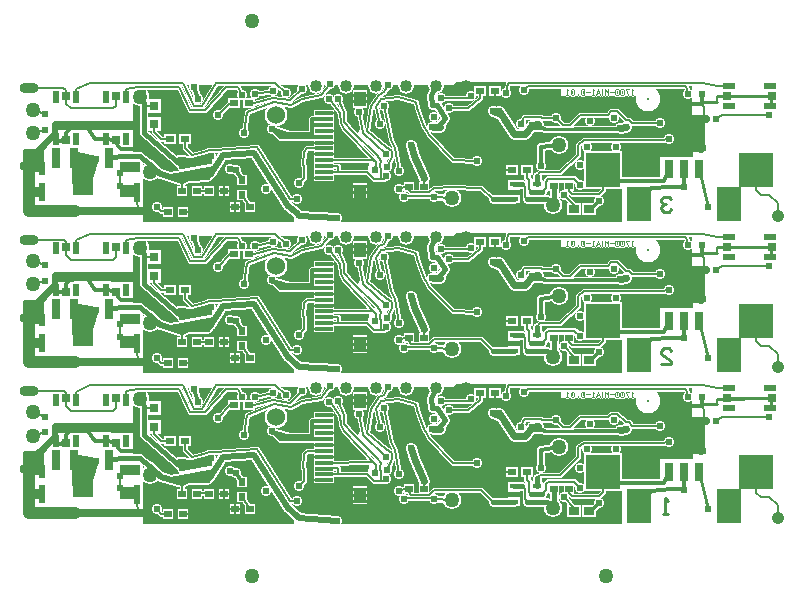
<source format=gbl>
%FSTAX24Y24*%
%MOIN*%
%IN LAYER2.GBR *%
%ADD10C,0.0020*%
%ADD11C,0.0029*%
%ADD12C,0.0039*%
%ADD13C,0.0060*%
%ADD14C,0.0079*%
%ADD15C,0.0080*%
%ADD16C,0.0084*%
%ADD17C,0.0084*%
%ADD18C,0.0086*%
%ADD19C,0.0100*%
%ADD20C,0.0118*%
%ADD21C,0.0120*%
%ADD22C,0.0140*%
%ADD23C,0.0140*%
%ADD24C,0.0150*%
%ADD25C,0.0157*%
%ADD26C,0.0159*%
%ADD27C,0.0160*%
%ADD28C,0.0180*%
%ADD29C,0.0197*%
%ADD30C,0.0200*%
%ADD31C,0.0220*%
%ADD32C,0.0240*%
%ADD33C,0.0253*%
%ADD34C,0.0253*%
%ADD35C,0.0258*%
%ADD36C,0.0260*%
%ADD37C,0.0270*%
%ADD38C,0.0277*%
%ADD39C,0.0280*%
%ADD40C,0.0297*%
%ADD41C,0.0300*%
%ADD42C,0.0320*%
%ADD43C,0.0360*%
%ADD44C,0.0377*%
%ADD45C,0.0380*%
%ADD46C,0.0394*%
%ADD47C,0.0400*%
%ADD48C,0.0420*%
%ADD49C,0.0500*%
%ADD50C,0.0520*%
%ADD51C,0.0540*%
%ADD52C,0.0600*%
%ADD53C,0.0620*%
%ADD54C,0.0760*%
%ADD55C,0.0820*%
%ADD56C,0.0840*%
%ADD57O,0.0630X0.0354*%
%ADD58O,0.0750X0.0474*%
%ADD59R,0.0200X0.0250*%
%ADD60R,0.0217X0.0394*%
%ADD61R,0.0217X0.0394*%
%ADD62R,0.0250X0.0200*%
%ADD63R,0.0276X0.0276*%
%ADD64R,0.0295X0.0157*%
%ADD65R,0.0315X0.0315*%
%ADD66R,0.0315X0.0630*%
%ADD67R,0.0315X0.0669*%
%ADD68R,0.0320X0.0370*%
%ADD69R,0.0337X0.0514*%
%ADD70R,0.0337X0.0514*%
%ADD71R,0.0354X0.0276*%
%ADD72R,0.0370X0.0320*%
%ADD73R,0.0394X0.0217*%
%ADD74R,0.0394X0.0217*%
%ADD75R,0.0394X0.0512*%
%ADD76R,0.0396X0.0396*%
%ADD77R,0.0415X0.0277*%
%ADD78R,0.0430X0.0380*%
%ADD79R,0.0435X0.0750*%
%ADD80R,0.0435X0.0789*%
%ADD81R,0.0474X0.0396*%
%ADD82R,0.0495X0.0495*%
%ADD83R,0.0514X0.0337*%
%ADD84R,0.0514X0.0337*%
%ADD85R,0.0514X0.0632*%
%ADD86R,0.0591X0.0118*%
%ADD87R,0.0669X0.0354*%
%ADD88R,0.0711X0.0238*%
%ADD89R,0.0789X0.0474*%
%ADD90R,0.0827X0.1181*%
%ADD91R,0.0947X0.1301*%
%ADD92R,0.1181X0.1181*%
%ADD93R,0.1301X0.1301*%
D10*X014016Y004134D02*G01X010827D01*X010744Y004349D01*X00925Y004467D01*
Y004134D01*X004252D01*X00425Y006248D01*X0039D01*Y008148D01*X00415D01*
Y008448D01*X0043Y008648D01*X013307Y008661D01*X01374D01*
X014016Y008465D01*X014291Y008661D01*X014567D01*X01472Y008768D01*
X01815Y008758D01*X018149Y008301D01*X021339D01*X02134Y008758D01*
X02252Y008768D01*X022559Y006299D01*X021457D01*Y00561D01*X020177D01*
Y004134D01*X014016D01*G36*G01X010827D01*X010744Y004349D01*
X00925Y004467D01*Y004134D01*X004252D01*X00425Y006248D01*X0039D01*
Y008148D01*X00415D01*Y008448D01*X0043Y008648D01*X013307Y008661D01*
X01374D01*X014016Y008465D01*X014291Y008661D01*X014567D01*
X01472Y008768D01*X01815Y008758D01*X018149Y008301D01*X021339D01*
X02134Y008758D01*X02252Y008768D01*X022559Y006299D01*X021457D01*
Y00561D01*X020177D01*Y004134D01*X014016D01*G37*Y009173D02*
G01X010827D01*X010744Y009388D01*X00925Y009506D01*Y009173D01*X004252D01*
X00425Y011287D01*X0039D01*Y013187D01*X00415D01*Y013487D01*
X0043Y013687D01*X013307Y013701D01*X01374D01*X014016Y013504D01*
X014291Y013701D01*X014567D01*X01472Y013807D01*X01815Y013797D01*
X018149Y01334D01*X021339D01*X02134Y013797D01*X02252Y013807D01*
X022559Y011339D01*X021457D01*Y01065D01*X020177D01*Y009173D01*
X014016D01*G36*G01X010827D01*X010744Y009388D01*X00925Y009506D01*
Y009173D01*X004252D01*X00425Y011287D01*X0039D01*Y013187D01*X00415D01*
Y013487D01*X0043Y013687D01*X013307Y013701D01*X01374D01*
X014016Y013504D01*X014291Y013701D01*X014567D01*X01472Y013807D01*
X01815Y013797D01*X018149Y01334D01*X021339D01*X02134Y013797D01*
X02252Y013807D01*X022559Y011339D01*X021457D01*Y01065D01*X020177D01*
Y009173D01*X014016D01*G37*Y014213D02*G01X010827D01*X010744Y014427D01*
X00925Y014545D01*Y014213D01*X004252D01*X00425Y016326D01*X0039D01*
Y018226D01*X00415D01*Y018526D01*X0043Y018726D01*X013307Y01874D01*
X01374D01*X014016Y018543D01*X014291Y01874D01*X014567D01*
X01472Y018846D01*X01815Y018836D01*X018149Y018379D01*X021339D01*
X02134Y018836D01*X02252Y018846D01*X022559Y016378D01*X021457D01*
Y015689D01*X020177D01*Y014213D01*X014016D01*G36*G01X010827D01*
X010744Y014427D01*X00925Y014545D01*Y014213D01*X004252D01*
X00425Y016326D01*X0039D01*Y018226D01*X00415D01*Y018526D01*
X0043Y018726D01*X013307Y01874D01*X01374D01*X014016Y018543D01*
X014291Y01874D01*X014567D01*X01472Y018846D01*X01815Y018836D01*
X018149Y018379D01*X021339D01*X02134Y018836D01*X02252Y018846D01*
X022559Y016378D01*X021457D01*Y015689D01*X020177D01*Y014213D01*
X014016D01*G37*
%LPC*%
D55*X007874Y002362D03*Y020866D03*X019685Y002362D03*D72*
X00782Y004588D03*D68*X00754Y004988D03*D72*X00732Y004588D03*
X006943Y005118D03*D28*X00689Y005448D03*X006966Y005616D03*D22*
X007751Y006028D03*D28*X006691Y005448D03*X006741Y004413D03*X006941D03*
D78*X01549Y008468D03*D43*X01443Y007888D03*D78*X017049Y00583D03*D77*
X017362Y005098D03*D43*X018807Y005315D03*D72*X006057Y005118D03*
X006443D03*D81*X018622Y004528D03*D43*X018268Y005D03*D81*
X019094Y004528D03*D43*X019449Y004803D03*D58*X00043Y008545D03*D76*
X001685Y008307D03*X003335D03*D88*X010288Y006148D03*D43*
X011968Y005817D03*X01043Y008185D03*D85*X011489Y008205D03*Y005076D03*
D55*X021063Y008189D03*D22*X024902Y004488D03*X023524Y005906D03*D56*
X022475Y004686D03*D79*X022278Y005841D03*D43*Y005251D03*D79*
X021786Y005841D03*D93*X019572Y005835D03*D72*X018453Y005276D03*D91*
X020782Y0047D03*X023774D03*D93*X02469Y005835D03*D43*X025394Y004291D03*
D51*X025412Y004307D03*D78*X005631Y006873D03*D43*X009373Y004862D03*D78*
X005131Y006873D03*D82*X004621Y007343D03*D72*X013606Y005269D03*D43*
X013626Y005549D03*X013192Y00665D03*D78*X007278Y008072D03*D43*
X006728Y007642D03*D78*X007778Y008072D03*D43*X009531Y008528D03*D68*
X00754Y005488D03*D43*X007336Y005816D03*X007136Y005866D03*D80*
X001345Y006228D03*D89*X003805Y005087D03*Y005913D03*X000656D03*
Y005087D03*D26*X002821Y0055D03*X00164D03*D69*X00135Y008248D03*D70*
X00202D03*D43*X009025Y008403D03*D69*X00202Y00687D03*X003Y008248D03*D70*
X003669D03*D43*X007548Y008322D03*D69*X003669Y00687D03*D76*
X003335Y006811D03*D28*X004648Y006378D03*D70*X003Y00687D03*D76*
X001685Y006811D03*D70*X00135Y00687D03*D58*X00043Y005946D03*D22*
X004069Y004473D03*X004039Y004868D03*D43*X00403Y005288D03*X00348D03*
X00349Y005718D03*D83*X023772Y007955D03*X02515Y008625D03*D53*
X01811Y006654D03*D43*X017505Y005957D03*D53*X004134Y008268D03*D43*
X00426Y008218D03*X005548Y005972D03*X006453Y006127D03*D82*
X004621Y007973D03*D53*X004488Y005752D03*D43*X00621Y005578D03*D72*
X005557Y005118D03*D80*X003116Y006228D03*D50*X014006Y008626D03*D43*
X014093Y007271D03*D50*X013006Y008626D03*X012006D03*X011006D03*
X010006D03*D54*X00867Y007657D03*D77*X016614Y004843D03*D72*
X013106Y005269D03*D43*X012788Y005197D03*D77*X016614Y005354D03*
X017362Y004843D03*D53*X017913Y004646D03*D72*X017953Y005276D03*D77*
X017362Y005354D03*D43*X021772Y00685D03*X000984Y007686D03*D53*
X000591Y007835D03*D43*X000984Y007174D03*D53*X000591Y007047D03*D43*
X01633Y008378D03*D84*X023772Y008625D03*D43*X02307Y004588D03*D79*
X02277Y005841D03*D43*X0224Y008348D03*X01695Y008508D03*D28*
X0137Y004738D03*X01552Y004618D03*X015501Y004878D03*D22*
X00999Y004607D03*D88*X010288Y006739D03*D28*X013191Y007138D03*D22*
X01314Y007918D03*D88*X010288Y007723D03*Y007133D03*D22*X00981Y006107D03*
D88*X010288Y005558D03*Y006345D03*D23*X009391Y005688D03*D22*
X008971Y005698D03*D43*X005951Y008605D03*X006071Y008185D03*D22*
X01664Y008518D03*D28*X017919Y007861D03*D22*X017799Y006961D03*D76*
X025209Y00829D03*X023713D03*D84*X02515Y007955D03*D43*X02288Y008348D03*
X02298Y007528D03*D28*X0147Y007648D03*D22*X01563Y006448D03*D28*
X014671Y006378D03*D78*X01599Y008468D03*D43*X021479Y007381D03*
X018009Y007561D03*X016836Y007352D03*X00639Y005578D03*X010706Y004219D03*
D22*X00594Y006597D03*X006235Y006903D03*X00723Y008398D03*D43*
X010469Y008688D03*X007621Y007068D03*D22*X00792Y007037D03*D43*
X007978Y008342D03*X00858Y008458D03*X00855Y007187D03*D88*
X010288Y006936D03*Y00733D03*Y007526D03*D43*X009436Y005376D03*D88*
X010288Y006542D03*D43*X012343Y005619D03*D88*X010288Y005755D03*
Y005952D03*D43*X010731Y008198D03*X012928Y004927D03*X013937Y004921D03*
D53*X01453Y004897D03*D43*X011452Y007765D03*X01234Y006348D03*
X012383Y005919D03*X01241Y008658D03*X01279Y005778D03*X012279Y007954D03*
X023358Y007534D03*X025127Y007665D03*D22*X013566Y00638D03*D28*
X013391Y007138D03*D43*X01612Y007808D03*X017221Y007338D03*
X02014Y007238D03*X015383Y006139D03*X012131Y007348D03*X004712Y004603D03*
D72*X00508Y004432D03*D43*X014191Y008218D03*X015186Y008279D03*D22*
X021533Y006572D03*X02209Y006518D03*D43*X013883Y007271D03*
X013951Y007608D03*D23*X01566Y007018D03*X0162D03*D22*X01622Y006457D03*
D28*X0157Y005378D03*D77*X016614Y005098D03*D78*X016549Y00583D03*D23*
X017799Y006358D03*X018451Y006391D03*D43*X01741Y007328D03*D23*
X018429Y006961D03*D43*X018798Y005981D03*X02002Y006608D03*X01906D03*D23*
X02208Y007618D03*D43*X0229Y006548D03*X01914Y007448D03*X01591Y007808D03*
X02035Y007268D03*X00833Y005207D03*D28*X01498Y005568D03*
X01565Y005608D03*D22*X00089Y005288D03*X000415Y00529D03*
X000393Y005724D03*X000892Y005751D03*X00089Y004888D03*X000382Y004894D03*
D43*X00426Y008398D03*D22*X00459Y008358D03*D43*X00652Y006288D03*D22*
X004444Y006382D03*D28*X006541Y004413D03*D22*X004328Y005342D03*D72*
X00558Y004432D03*D22*X005188Y005882D03*X005018Y005332D03*D43*
X002479Y005105D03*X00202Y005103D03*D80*X001935Y006228D03*D43*
X00192Y006347D03*X002672Y006201D03*D22*X000376Y004465D03*D23*
X01275Y008038D03*D43*X01996Y007568D03*D72*X00782Y009627D03*D68*
X00754Y010027D03*D72*X00732Y009627D03*X006943Y010157D03*D28*
X00689Y010487D03*X006966Y010655D03*D22*X007751Y011067D03*D28*
X006691Y010487D03*X006741Y009452D03*X006941D03*D78*X01549Y013507D03*
D43*X01443Y012927D03*D78*X017049Y010869D03*D77*X017362Y010138D03*D43*
X018807Y010354D03*D72*X006057Y010157D03*X006443D03*D81*
X018622Y009567D03*D43*X018268Y010039D03*D81*X019094Y009567D03*D43*
X019449Y009843D03*D58*X00043Y013584D03*D76*X001685Y013346D03*
X003335D03*D88*X010288Y011188D03*D43*X011968Y010856D03*
X01043Y013224D03*D85*X011489Y013245D03*Y010115D03*D55*
X021063Y013228D03*D22*X024902Y009528D03*X023524Y010945D03*D56*
X022475Y009725D03*D79*X022278Y010881D03*D43*Y01029D03*D79*
X021786Y010881D03*D93*X019572Y010874D03*D72*X018453Y010315D03*D91*
X020782Y009739D03*X023774D03*D93*X02469Y010874D03*D43*
X025394Y009331D03*D51*X025412Y009346D03*D78*X005631Y011912D03*D43*
X009373Y009901D03*D78*X005131Y011912D03*D82*X004621Y012382D03*D72*
X013606Y010308D03*D43*X013626Y010588D03*X013192Y011689D03*D78*
X007278Y013111D03*D43*X006728Y012681D03*D78*X007778Y013111D03*D43*
X009531Y013567D03*D68*X00754Y010527D03*D43*X007336Y010855D03*
X007136Y010905D03*D80*X001345Y011268D03*D89*X003805Y010126D03*
Y010953D03*X000656D03*Y010126D03*D26*X002821Y010539D03*X00164D03*D69*
X00135Y013287D03*D70*X00202D03*D43*X009025Y013442D03*D69*
X00202Y011909D03*X003Y013287D03*D70*X003669D03*D43*X007548Y013361D03*
D69*X003669Y011909D03*D76*X003335Y01185D03*D28*X004648Y011417D03*D70*
X003Y011909D03*D76*X001685Y01185D03*D70*X00135Y011909D03*D58*
X00043Y010986D03*D22*X004069Y009512D03*X004039Y009907D03*D43*
X00403Y010327D03*X00348D03*X00349Y010757D03*D83*X023772Y012995D03*
X02515Y013664D03*D53*X01811Y011693D03*D43*X017505Y010996D03*D53*
X004134Y013307D03*D43*X00426Y013257D03*X005548Y011011D03*
X006453Y011166D03*D82*X004621Y013012D03*D53*X004488Y010791D03*D43*
X00621Y010617D03*D72*X005557Y010157D03*D80*X003116Y011268D03*D50*
X014006Y013665D03*D43*X014093Y01231D03*D50*X013006Y013665D03*
X012006D03*X011006D03*X010006D03*D54*X00867Y012696D03*D77*
X016614Y009882D03*D72*X013106Y010308D03*D43*X012788Y010236D03*D77*
X016614Y010394D03*X017362Y009882D03*D53*X017913Y009685D03*D72*
X017953Y010315D03*D77*X017362Y010394D03*D43*X021772Y01189D03*
X000984Y012726D03*D53*X000591Y012874D03*D43*X000984Y012214D03*D53*
X000591Y012087D03*D43*X01633Y013417D03*D84*X023772Y013664D03*D43*
X02307Y009627D03*D79*X02277Y010881D03*D43*X0224Y013387D03*
X01695Y013547D03*D28*X0137Y009777D03*X01552Y009657D03*
X015501Y009917D03*D22*X00999Y009646D03*D88*X010288Y011778D03*D28*
X013191Y012177D03*D22*X01314Y012957D03*D88*X010288Y012763D03*
Y012172D03*D22*X00981Y011146D03*D88*X010288Y010597D03*Y011385D03*D23*
X009391Y010727D03*D22*X008971Y010737D03*D43*X005951Y013644D03*
X006071Y013224D03*D22*X01664Y013557D03*D28*X017919Y0129D03*D22*
X017799Y012D03*D76*X025209Y013329D03*X023713D03*D84*X02515Y012995D03*
D43*X02288Y013387D03*X02298Y012567D03*D28*X0147Y012687D03*D22*
X01563Y011487D03*D28*X014671Y011417D03*D78*X01599Y013507D03*D43*
X021479Y01242D03*X018009Y0126D03*X016836Y012392D03*X00639Y010617D03*
X010706Y009258D03*D22*X00594Y011636D03*X006235Y011942D03*
X00723Y013437D03*D43*X010469Y013727D03*X007621Y012107D03*D22*
X00792Y012076D03*D43*X007978Y013381D03*X00858Y013497D03*
X00855Y012226D03*D88*X010288Y011975D03*Y012369D03*Y012566D03*D43*
X009436Y010415D03*D88*X010288Y011581D03*D43*X012343Y010658D03*D88*
X010288Y010794D03*Y010991D03*D43*X010731Y013237D03*X012928Y009966D03*
X013937Y009961D03*D53*X01453Y009936D03*D43*X011452Y012804D03*
X01234Y011387D03*X012383Y010958D03*X01241Y013697D03*X01279Y010817D03*
X012279Y012993D03*X023358Y012573D03*X025127Y012704D03*D22*
X013566Y011419D03*D28*X013391Y012177D03*D43*X01612Y012847D03*
X017221Y012377D03*X02014Y012277D03*X015383Y011178D03*X012131Y012387D03*
X004712Y009642D03*D72*X00508Y009471D03*D43*X014191Y013257D03*
X015186Y013318D03*D22*X021533Y011611D03*X02209Y011557D03*D43*
X013883Y01231D03*X013951Y012647D03*D23*X01566Y012057D03*X0162D03*D22*
X01622Y011496D03*D28*X0157Y010417D03*D77*X016614Y010138D03*D78*
X016549Y010869D03*D23*X017799Y011397D03*X018451Y01143D03*D43*
X01741Y012367D03*D23*X018429Y012D03*D43*X018798Y01102D03*
X02002Y011647D03*X01906D03*D23*X02208Y012657D03*D43*X0229Y011587D03*
X01914Y012487D03*X01591Y012847D03*X02035Y012307D03*X00833Y010246D03*
D28*X01498Y010607D03*X01565Y010647D03*D22*X00089Y010327D03*
X000415Y010329D03*X000393Y010764D03*X000892Y01079D03*X00089Y009927D03*
X000382Y009934D03*D43*X00426Y013437D03*D22*X00459Y013397D03*D43*
X00652Y011327D03*D22*X004444Y011421D03*D28*X006541Y009452D03*D22*
X004328Y010381D03*D72*X00558Y009471D03*D22*X005188Y010921D03*
X005018Y010371D03*D43*X002479Y010144D03*X00202Y010142D03*D80*
X001935Y011268D03*D43*X00192Y011386D03*X002672Y011241D03*D22*
X000376Y009504D03*D23*X01275Y013077D03*D43*X01996Y012607D03*D72*
X00782Y014666D03*D68*X00754Y015066D03*D72*X00732Y014666D03*
X006943Y015197D03*D28*X00689Y015526D03*X006966Y015695D03*D22*
X007751Y016106D03*D28*X006691Y015526D03*X006741Y014491D03*X006941D03*
D78*X01549Y018546D03*D43*X01443Y017966D03*X018807Y015394D03*D77*
X017362Y015177D03*D78*X017049Y015909D03*D72*X006057Y015197D03*
X006443D03*D81*X018622Y014606D03*D43*X018268Y015079D03*D81*
X019094Y014606D03*D43*X019449Y014882D03*D58*X00043Y018624D03*D76*
X001685Y018386D03*X003335D03*D88*X010288Y016227D03*D43*
X011968Y015895D03*X01043Y018263D03*D85*X011489Y018284D03*Y015154D03*
D55*X021063Y018268D03*D22*X024902Y014567D03*X023524Y015984D03*D56*
X022475Y014765D03*D79*X022278Y01592D03*D43*Y015329D03*D79*
X021786Y01592D03*D93*X019572Y015913D03*D72*X018453Y015354D03*D91*
X020782Y014778D03*X023774D03*D93*X02469Y015913D03*D43*X025394Y01437D03*
D51*X025412Y014385D03*D78*X005631Y016951D03*D43*X009373Y01494D03*D78*
X005131Y016951D03*D82*X004621Y017421D03*D72*X013606Y015347D03*D43*
X013626Y015627D03*X013192Y016728D03*D78*X007278Y01815D03*D43*
X006728Y01772D03*D78*X007778Y01815D03*D43*X009531Y018606D03*D68*
X00754Y015566D03*D43*X007336Y015895D03*X007136Y015945D03*D80*
X001345Y016307D03*D89*X003805Y015165D03*Y015992D03*X000656D03*
Y015165D03*D26*X002821Y015579D03*X00164D03*D69*X00135Y018327D03*D70*
X00202D03*D43*X009025Y018481D03*D69*X00202Y016949D03*X003Y018327D03*
D70*X003669D03*D43*X007548Y0184D03*D69*X003669Y016949D03*D76*
X003335Y01689D03*D28*X004648Y016456D03*D70*X003Y016949D03*D76*
X001685Y01689D03*D70*X00135Y016949D03*D58*X00043Y016025D03*D22*
X004069Y014551D03*X004039Y014946D03*D43*X00403Y015366D03*X00348D03*
X00349Y015796D03*D83*X023772Y018034D03*X02515Y018703D03*D53*
X01811Y016732D03*D43*X017505Y016035D03*D53*X004134Y018346D03*D43*
X00426Y018296D03*X005548Y016051D03*X006453Y016205D03*D82*
X004621Y018051D03*D53*X004488Y015831D03*D43*X00621Y015656D03*D72*
X005557Y015197D03*D80*X003116Y016307D03*D50*X014006Y018705D03*D43*
X014093Y017349D03*D50*X013006Y018705D03*X012006D03*X011006D03*
X010006D03*D54*X00867Y017735D03*D77*X016614Y014921D03*D72*
X013106Y015347D03*D43*X012788Y015275D03*D77*X016614Y015433D03*
X017362Y014921D03*D53*X017913Y014724D03*D72*X017953Y015354D03*D77*
X017362Y015433D03*D43*X021772Y016929D03*X000984Y017765D03*D53*
X000591Y017913D03*D43*X000984Y017253D03*D53*X000591Y017126D03*D43*
X01633Y018456D03*D84*X023772Y018703D03*D43*X02307Y014666D03*D79*
X02277Y01592D03*D43*X0224Y018426D03*X01695Y018586D03*D28*
X0137Y014816D03*X01552Y014696D03*X015501Y014956D03*D22*
X00999Y014685D03*D88*X010288Y016818D03*D28*X013191Y017216D03*D22*
X01314Y017996D03*D88*X010288Y017802D03*Y017211D03*D22*X00981Y016185D03*
D88*X010288Y015637D03*Y016424D03*D23*X009391Y015766D03*D22*
X008971Y015776D03*D43*X005951Y018683D03*X006071Y018263D03*D22*
X01664Y018596D03*D28*X017919Y017939D03*D22*X017799Y017039D03*D76*
X025209Y018369D03*X023713D03*D84*X02515Y018034D03*D43*X02288Y018426D03*
X02298Y017606D03*D28*X0147Y017726D03*D22*X01563Y016526D03*D28*
X014671Y016456D03*D78*X01599Y018546D03*D43*X021479Y017459D03*
X018009Y017639D03*X016836Y017431D03*X00639Y015656D03*X010706Y014297D03*
D22*X00594Y016675D03*X006235Y016981D03*X00723Y018476D03*D43*
X010469Y018766D03*X007621Y017146D03*D22*X00792Y017115D03*D43*
X007978Y01842D03*X00858Y018536D03*X00855Y017265D03*D88*
X010288Y017015D03*Y017408D03*Y017605D03*D43*X009436Y015454D03*D88*
X010288Y016621D03*D43*X012343Y015697D03*D88*X010288Y015833D03*
Y01603D03*D43*X010731Y018276D03*X012928Y015005D03*X013937Y015D03*D53*
X01453Y014976D03*D43*X011452Y017843D03*X01234Y016426D03*
X012383Y015997D03*X01241Y018736D03*X01279Y015856D03*X012279Y018032D03*
X023358Y017612D03*X025127Y017744D03*D22*X013566Y016458D03*D28*
X013391Y017216D03*D43*X01612Y017886D03*X017221Y017416D03*
X02014Y017316D03*X015383Y016217D03*X012131Y017426D03*X004712Y014681D03*
D72*X00508Y01451D03*D43*X014191Y018296D03*X015186Y018357D03*D22*
X021533Y01665D03*X02209Y016596D03*D43*X013883Y017349D03*
X013951Y017686D03*D23*X01566Y017096D03*X0162D03*D22*X01622Y016535D03*
D28*X0157Y015456D03*D77*X016614Y015177D03*D78*X016549Y015909D03*D23*
X017799Y016436D03*X018451Y016469D03*D43*X01741Y017406D03*D23*
X018429Y017039D03*D43*X018798Y01606D03*X02002Y016686D03*X01906D03*D23*
X02208Y017696D03*D43*X0229Y016626D03*X01914Y017526D03*X01591Y017886D03*
X02035Y017346D03*X00833Y015286D03*D28*X01498Y015646D03*
X01565Y015686D03*D22*X00089Y015366D03*X000415Y015369D03*
X000393Y015803D03*X000892Y01583D03*X00089Y014966D03*X000382Y014973D03*
D43*X00426Y018476D03*D22*X00459Y018436D03*D43*X00652Y016366D03*D22*
X004444Y01646D03*D28*X006541Y014491D03*D22*X004328Y015421D03*D72*
X00558Y01451D03*D22*X005188Y015961D03*X005018Y015411D03*D43*
X002479Y015183D03*X00202Y015181D03*D80*X001935Y016307D03*D43*
X00192Y016425D03*X002672Y01628D03*D22*X000376Y014543D03*D23*
X01275Y018116D03*D43*X01996Y017646D03*D33*X02174Y004872D02*
G01X021656Y004956D01*Y00445D01*X021571D01*X021656D02*X02174D01*
X02185Y009871D02*X021766Y009955D01*X021597D01*X021513Y009871D01*
Y009786D01*X021597Y009702D01*X02185Y009533D01*Y009449D01*X021513D01*
D34*X02186Y014927D02*X021776Y015012D01*X021607D01*X021523Y014927D01*
Y014843D01*X021607Y014759D01*X021523Y014674D01*Y01459D01*
X021607Y014506D01*X021776D01*X02186Y01459D01*X021607Y014759D02*
X021691D01*D18*X020588Y008483D02*X020559Y008512D01*Y008341D01*
X02053D01*X020559D02*X020588D01*X020445Y008512D02*X02033D01*
X020416Y008341D01*X020159Y008483D02*X020188Y008512D01*X020245D01*
X020273Y008483D01*Y008369D01*X020245Y008341D01*X020188D01*
X020159Y008369D01*Y008483D01*X020216Y008455D02*Y008398D01*
X019988Y008483D02*X020016Y008512D01*X020073D01*X020102Y008483D01*
Y008369D01*X020073Y008341D01*X020016D01*X019988Y008369D01*Y008483D01*
X020045Y008455D02*Y008398D01*X01993Y008426D02*X019816D01*
X019759Y008341D02*Y008512D01*X019702Y008426D01*X019645Y008512D01*
Y008341D01*X019559D02*Y008512D01*X019473Y008341D02*X019416Y008512D01*
X01938Y008405D01*X019359Y008341D01*X01938Y008405D02*X019452D01*
X019273Y008483D02*X019245Y008512D01*Y008341D01*X019216D01*X019245D02*
X019273D01*X01913Y008426D02*X019016D01*X018845Y008483D02*
X018873Y008512D01*X01893D01*X018959Y008483D01*Y008369D01*
X01893Y008341D01*X018873D01*X018845Y008369D01*Y008483D01*
X018902Y008455D02*Y008398D01*X018745Y008341D02*X01873D01*Y008355D01*
X018745D01*Y008341D01*X018502Y008483D02*X01853Y008512D01*X018588D01*
X018616Y008483D01*Y008369D01*X018588Y008341D01*X01853D01*
X018502Y008369D01*Y008483D01*X018559Y008455D02*Y008398D01*
X018416Y008483D02*X018388Y008512D01*Y008341D01*X018359D01*X018388D02*
X018416D01*D28*X00782Y004588D02*X00754Y004988D01*D13*X00732Y004588D02*
X0073Y004828D01*X007195Y004929D01*X007171Y005114D01*X006943Y005118D01*
Y005448D01*X00689D01*X006966Y005616D01*D10*X006866Y005846D01*
X007076Y006146D01*X007751Y006028D01*D13*X00689Y005448D02*X006691D01*
X006691Y004858D01*X006741Y004413D01*X006941D01*D28*X01549Y008468D02*
Y008228D01*X015076Y007899D01*X01443Y007888D01*D31*X017049Y00583D02*
Y005568D01*X01709Y005528D01*X01711Y005508D01*Y005178D01*
X017189Y005098D01*D40*X017362D01*X017539D01*D31*X017677Y005236D01*
Y005433D01*X017756Y005512D01*X01861D01*X018807Y005315D01*D28*
X006057Y005118D02*X006103Y005123D01*X006438D01*X006443Y005118D01*
X018622Y004528D02*Y004646D01*X018268Y005D01*X019094Y004528D02*
X019173D01*D32*X019449Y004803D01*D28*X00043Y008545D02*X00157Y008545D01*
X001686Y008494D01*X001685Y008307D01*X001685Y008023D01*X00183Y007878D01*
X00324D01*X003335Y007972D01*Y008307D01*X010288Y006148D02*
X011921Y006158D01*X012011Y006078D01*X012001Y006045D01*D49*
X011968Y005817D01*D28*X012011Y006078D02*X01096Y007207D01*
X01083Y007387D01*X01082Y007717D01*X0105Y008137D01*X01043Y008185D01*D35*
X022278Y005841D02*Y005251D01*X021786Y005841D02*X02161Y005468D01*
X02014D01*X019572Y005835D01*D28*Y005162D01*X019449Y005039D01*
X018543D01*X018453Y00513D01*Y005276D01*X02469Y005835D02*Y005153D01*
X024843Y005D01*X025118D01*X025394Y004724D01*Y004291D01*
X025412Y004307D01*X005631Y006873D02*Y006563D01*X005861Y006333D01*
X006381Y006463D01*X006421Y006503D01*X006632Y006504D01*
X008051Y006598D01*X009146Y004856D01*X009373Y004862D01*
X005131Y006873D02*X004851D01*X004621Y007103D01*Y007343D01*
X013606Y005269D02*X013622Y005551D01*X013626Y005549D01*D43*
X013266Y00629D01*X013192Y00665D01*D28*X007278Y008072D02*X007138D01*
X006728Y007642D01*X007778Y008072D02*X007928D01*X008588Y008232D01*
X009148Y008152D01*X009531Y008528D01*D32*X00754Y005488D02*
X007336Y005816D01*X007136Y005866D01*D28*X00202Y008248D02*
X002015Y008515D01*X00249Y008728D01*X00558D01*X00594Y007948D01*
X00621D01*X00669Y008728D01*X00864D01*X009025Y008403D01*
X003669Y008248D02*X003667Y008529D01*X00408Y008608D01*X005441D01*
X00582Y007828D01*X0063D01*X00702Y008608D01*X00741D01*X007548Y008322D01*
X003335Y006811D02*X00333Y006774D01*D22*X003412Y006626D01*
X003508Y00653D01*X00441Y006527D01*D13*X004648Y006378D01*D22*
X00333Y006774D02*X003276Y006829D01*X003Y00687D01*X002656Y006862D01*
X002372Y007248D01*X001833Y007227D01*X001685Y00706D01*X001685Y006811D01*
X001392Y006782D01*X00135Y00687D01*X00118Y006842D01*X00043Y005946D01*
D46*Y004464D01*X001965Y004465D01*D47*X0035Y004466D01*X004069Y004473D01*
D28*X004041Y004866D01*X004039Y004868D01*Y005315D01*X00403Y005288D01*
X00348D01*X003483Y005669D01*X00349Y005718D01*D36*X01811Y006654D02*
X01752Y006575D01*X017505Y005957D01*D28*X004134Y008268D02*
X00426Y008217D01*D38*X004263Y007973D01*X004271Y007063D01*
X005548Y005972D01*D44*X006453Y006127D01*D28*X004263Y007973D02*
X004621D01*X004488Y005752D02*X004798Y005692D01*D42*X004828Y005682D01*
X005548Y005472D01*X005738Y005562D01*X00606Y005567D01*X00621Y005578D01*
D28*X005557Y005512D01*Y005118D01*D42*X004798Y005692D02*
X004452Y00603D01*D37*X004128Y006306D01*X003484D01*X003116Y006228D01*
D41*X014006Y008626D02*X01384Y008318D01*X013887Y007978D01*X01404D01*
X01431Y007558D01*X014093Y007271D01*D40*X016614Y004843D02*X015906D01*
D28*X015512Y005236D01*X01451Y005247D01*X013937Y005236D01*
X01378Y005079D01*X013189D01*X013106Y005161D01*Y005269D01*
X01294Y005268D01*X012788Y005197D01*D40*X016614Y005354D02*X01689D01*D28*
X016979Y005276D01*Y004926D01*X017047Y004843D01*D40*X017362D01*
X017717D01*X017874Y004685D01*D28*X017913Y004646D01*X017874Y004685D02*
X017953Y004764D01*D40*Y005276D01*X017362Y005354D02*Y00563D01*D28*
X01748Y005748D01*X01815D01*X01873Y006338D01*Y006668D01*
X01894Y006818D01*X02152D01*X021772Y00685D01*X000984Y007686D02*
X000591Y007835D01*X000984Y007174D02*X000591Y007047D01*X01633Y008378D02*
X01641Y008738D01*X022924D01*X023378Y008625D01*X023772D01*D19*
X02307Y004588D02*X02277Y005841D01*D28*X0224Y008348D02*X02234Y008618D01*
X01707D01*X01695Y008508D01*D10*X0137Y004738D02*X013676Y004729D01*
X01461Y004287D01*X01552Y004618D01*X013676Y004729D02*X01464Y004407D01*
X015501Y004878D01*X014189Y004226D01*X01227Y004227D01*X01116D01*
X011076Y004252D01*X01075Y004598D01*X00999Y004607D01*Y005057D01*
X00981Y005237D01*Y005242D01*Y006107D01*Y006077D01*Y006107D01*
X00978Y006137D01*Y006347D01*X01083D01*Y006737D01*D15*X010288Y006739D01*
X00956Y006747D01*D10*X00914Y006217D01*X00913Y005327D01*
X00929Y005117D01*X01069Y005107D01*X01122Y004567D01*X01216Y004547D01*
X01256Y005407D01*X01284Y005437D01*X01304Y005737D01*X01289Y006867D01*
X013191Y007139D01*X013161Y007218D01*X01314Y007918D01*X010288Y006739D02*
X01068Y006737D01*X01083Y006743D01*Y007137D01*X0107Y007317D01*
X010659Y007726D01*D13*X010288Y007723D01*D15*X01083Y007137D02*
X010288Y007133D01*D10*X01083Y006743D02*Y00635D01*D15*X00978Y006347D01*
D10*X00981Y006317D01*Y006107D01*X00978Y006347D02*Y005562D01*D15*
X010288Y005558D01*D10*X01083Y00635D02*X010288Y006345D01*
X00981Y005242D02*X009656Y005156D01*X009266Y005096D01*X009146Y005456D01*
X009391Y005688D01*X009109Y005698D01*X008971D01*D39*X005951Y008605D02*
X006071Y008185D01*D13*X01664Y008518D02*Y007838D01*X01665Y007828D01*D10*
X017919Y007861D01*X017914Y007784D01*D13*X017916Y007784D01*
X017914Y007784D01*D10*X01792Y007778D01*X0181Y007808D01*D13*
X01834Y007628D01*D10*X018339Y007541D01*X017914Y007784D02*
X01588Y008168D01*D13*X01561Y008048D01*X01543Y007838D01*
X01552Y007538D01*X01618Y007298D01*X016419Y006841D01*X01663Y006688D01*
X016929Y006691D01*X017799Y006961D01*D10*X017916Y007784D02*
X017899Y008281D01*D13*X018109Y008041D01*X020419Y008101D01*
X020239Y008111D01*X01922Y007908D01*X020419Y008101D02*X02065Y007707D01*
X0212Y007618D01*X02161Y007867D01*X021614Y008228D01*D22*
X02232Y008028D01*X02289Y008032D01*X022892Y008108D01*D28*
X022912Y008089D01*D19*X023367D01*D28*X023372Y008285D01*D19*
X025209Y00829D01*D28*X023713D01*D19*X025209D02*X02515Y007955D01*D22*
X022892Y008108D02*X02288Y008348D01*D28*X02298Y007528D01*D13*
X017899Y008281D02*X016627Y008293D01*D19*X016863Y008018D01*D10*
X01579Y008098D01*X015643Y008057D01*X015524Y0079D01*Y007742D01*
X015591Y007244D01*D19*X015472Y007087D01*X015512Y006693D01*X014685D01*
X014671Y007618D01*D13*X0147Y007648D01*D19*X014671Y007618D02*Y006379D01*
D13*X01474Y006448D01*X01563D01*D19*X014671Y006379D02*Y006378D01*D10*
X016627Y008293D02*X01646Y008168D01*X01624Y008178D01*X01574Y008238D01*
X01599D01*D13*Y008468D01*D10*X01574Y008238D02*Y008708D01*
X015261Y008768D01*X015006Y008626D01*D28*X021479Y007381D02*X020549D01*
X020439Y007491D01*X020349D01*X020059Y007781D01*X019859D01*
X019749Y007671D01*X018809D01*X018469Y007331D01*X018229D01*
X018009Y007561D01*X017529D01*X017499Y007591D01*X016929D01*
X016836Y007352D01*D42*X00639Y005578D02*X006519Y005691D01*
X006919Y006331D01*X007951Y006398D01*X009076Y004626D01*
X009361Y004378D01*X009451Y004288D01*X010706Y004219D01*D13*
X00594Y006597D02*X006235Y006903D01*X006501Y007778D01*X00723Y008398D01*
D28*X010469Y008688D02*X010176Y008318D01*X009528Y008189D01*
X009173Y007992D01*X008615Y008088D01*X007711Y007752D01*
X007621Y007068D01*X007978Y008342D02*X00858Y008458D01*D32*
X00855Y007187D02*X008796Y00694D01*X010288Y006936D01*D28*
X00987Y00694D01*D32*Y007334D01*X010288Y00733D01*X009878Y007341D01*
Y007537D01*X010288Y007526D01*D28*X009436Y005376D02*X009608Y005552D01*
Y005952D01*X009588Y005982D01*X009598Y006432D01*X009718Y006542D01*
X010288D01*X012343Y005619D02*X01227Y005537D01*X012072D01*X01194D01*
X011717Y005759D01*X010288Y005755D01*X010744Y005766D01*Y005963D01*
X010288Y005952D01*X012072Y005537D02*X01227D01*X012072D01*X01217D01*
X012193Y005779D01*D45*X012153Y005999D01*X012171Y006128D01*D28*
X01203Y006317D01*X01122Y007127D01*X01096Y007437D01*X01095Y007747D01*
X010731Y008198D01*X012928Y004927D02*X01311Y004958D01*X01379D01*
X013937Y004921D01*D31*X01453Y004897D01*D28*X011452Y007765D02*
X011571Y007068D01*D45*X01234Y006348D01*D28*X012383Y005919D02*
X01255Y006268D01*Y006338D01*X01254Y006468D01*X012351Y006608D01*
X011701Y007138D01*X01185Y007948D01*X012121Y008323D01*X012271Y008413D01*
X01241Y008658D01*X01279Y005778D02*X01266Y006568D01*X012521Y006838D01*
X012279Y007954D01*X023358Y007534D02*X023553Y007665D01*X025127D01*D13*
X013566Y00638D02*X013671Y006608D01*X013449Y006809D01*X013391Y007138D01*
D43*X01612Y007808D02*X016599Y007021D01*X016989D01*X017221Y007338D01*
D32*X017639Y007191D01*D31*X018629D01*D32*X01876Y007208D01*X02002D01*
X02014Y007238D01*D28*X015383Y006139D02*X014576Y006149D01*
X01377Y006979D01*X0137Y007109D01*X013598Y007273D01*X013525Y007535D01*
X01337Y007888D01*X01333Y008088D01*X01287Y008238D01*X01273Y008258D01*
X012186Y008193D01*X012Y007928D01*X012131Y007348D01*X004712Y004603D02*
X004855Y004444D01*X00508Y004432D01*X014191Y008218D02*X015138D01*
X015186Y008279D01*D10*X021533Y006572D02*X02209Y006518D01*D13*
X01622Y006457D02*X015627Y005923D01*X0157Y005378D01*X015969Y005098D01*
D27*X016614D01*D28*X0166Y005098D01*D15*X01627D01*Y005778D01*
X016322Y00583D01*X016549D01*D10*X01498Y005568D02*X014851Y005718D01*D13*
X015736Y005669D01*X015631Y006348D01*X01565Y005608D01*X006541Y004413D02*
X006446Y004405D01*X006351Y004397D01*X00633Y004638D01*D12*
X005968Y004627D01*X004943Y004634D01*X00483Y005068D01*D14*
X004328Y005342D01*D13*X006351Y004397D02*X00558Y004432D01*D29*
X002479Y005105D02*X00202Y005103D01*X001935Y006228D01*X00192Y006347D01*
X002672Y006201D01*X0021Y006268D02*X00219Y005188D01*X00228Y006238D02*
X00237Y005158D01*X00246Y005098D02*Y006178D01*X002672Y006201D02*
X00247Y005558D01*X00249Y005098D01*D32*X00438Y006426D02*
X004611Y006263D01*D42*X00652Y006298D02*X005871Y006133D01*
X00545Y006168D01*X00621Y005578D02*X00639D01*D19*X011161Y004868D02*
X011791D01*X011151Y005278D02*X011811D01*X011821Y005078D02*X011131D01*
D32*X00872Y007028D02*X00985D01*D37*X00855Y007178D02*X00916Y006988D01*
D19*X011211Y008328D02*X011766D01*X011221Y008128D02*X011751Y008133D01*
D39*X02301Y007528D02*X0222D01*X02286Y007438D02*Y006538D01*
X02283Y006557D01*X02232Y006538D01*X02262Y007468D02*Y006688D01*D45*
X01391Y007268D02*X01415D01*D22*X000295Y005866D02*Y006457D01*X000886D01*
Y005866D01*X000394D01*X000886Y005965D02*X000492D01*X000886Y006063D02*
X000591D01*X000886Y006161D02*X000394D01*X000886Y00626D02*X000394D01*
X000886Y006358D02*X000394D01*D45*X0159Y007808D02*X01619Y007688D01*D30*
X003924Y00737D02*X001308Y007374D01*Y006886D01*X00068Y006402D02*
X001276Y006982D01*X001392Y007241D02*X002488Y007249D01*
X002452Y007254D02*X00394Y007242D01*D39*X004058Y004462D02*X004328D01*
D35*X022278Y005271D02*X021828D01*X021161Y005217D01*X020945Y004803D01*
D27*X016614Y005098D02*X016796Y005099D01*D43*X02016Y007238D02*
X02034Y007268D01*X017221Y007338D02*X0174Y007358D01*Y007298D02*
X01725D01*D42*X005378Y005572D02*X006558Y005792D01*X006598Y005852D02*
X005178Y005582D01*D18*X020588Y013523D02*X020559Y013551D01*Y01338D01*
X02053D01*X020559D02*X020588D01*X020445Y013551D02*X02033D01*
X020416Y01338D01*X020159Y013523D02*X020188Y013551D01*X020245D01*
X020273Y013523D01*Y013409D01*X020245Y01338D01*X020188D01*
X020159Y013409D01*Y013523D01*X020216Y013494D02*Y013437D01*
X019988Y013523D02*X020016Y013551D01*X020073D01*X020102Y013523D01*
Y013409D01*X020073Y01338D01*X020016D01*X019988Y013409D01*Y013523D01*
X020045Y013494D02*Y013437D01*X01993Y013466D02*X019816D01*
X019759Y01338D02*Y013551D01*X019702Y013466D01*X019645Y013551D01*
Y01338D01*X019559D02*Y013551D01*X019473Y01338D02*X019416Y013551D01*
X01938Y013444D01*X019359Y01338D01*X01938Y013444D02*X019452D01*
X019273Y013523D02*X019245Y013551D01*Y01338D01*X019216D01*X019245D02*
X019273D01*X01913Y013466D02*X019016D01*X018845Y013523D02*
X018873Y013551D01*X01893D01*X018959Y013523D01*Y013409D01*
X01893Y01338D01*X018873D01*X018845Y013409D01*Y013523D01*
X018902Y013494D02*Y013437D01*X018745Y01338D02*X01873D01*Y013394D01*
X018745D01*Y01338D01*X018502Y013523D02*X01853Y013551D01*X018588D01*
X018616Y013523D01*Y013409D01*X018588Y01338D01*X01853D01*
X018502Y013409D01*Y013523D01*X018559Y013494D02*Y013437D01*
X018416Y013523D02*X018388Y013551D01*Y01338D01*X018359D01*X018388D02*
X018416D01*D28*X00782Y009627D02*X00754Y010027D01*D13*X00732Y009627D02*
X0073Y009867D01*X007195Y009969D01*X007171Y010154D01*X006943Y010157D01*
Y010487D01*X00689D01*X006966Y010655D01*D10*X006866Y010885D01*
X007076Y011185D01*X007751Y011067D01*D13*X00689Y010487D02*X006691D01*
X006691Y009898D01*X006741Y009452D01*X006941D01*D28*X01549Y013507D02*
Y013267D01*X015076Y012938D01*X01443Y012927D01*D31*X017049Y010869D02*
Y010608D01*X01709Y010567D01*X01711Y010547D01*Y010217D01*
X017189Y010138D01*D40*X017362D01*X017539D01*D31*X017677Y010276D01*
Y010472D01*X017756Y010551D01*X01861D01*X018807Y010354D01*D28*
X006057Y010157D02*X006103Y010162D01*X006438D01*X006443Y010157D01*
X018622Y009567D02*Y009685D01*X018268Y010039D01*X019094Y009567D02*
X019173D01*D32*X019449Y009843D01*D28*X00043Y013584D02*X00157Y013584D01*
X001686Y013533D01*X001685Y013346D01*X001685Y013062D01*X00183Y012917D01*
X00324D01*X003335Y013012D01*Y013346D01*X010288Y011188D02*
X011921Y011197D01*X012011Y011117D01*X012001Y011085D01*D49*
X011968Y010856D01*D28*X012011Y011117D02*X01096Y012246D01*
X01083Y012426D01*X01082Y012756D01*X0105Y013176D01*X01043Y013224D01*D35*
X022278Y010881D02*Y01029D01*X021786Y010881D02*X02161Y010507D01*
X02014D01*X019572Y010874D01*D28*Y010202D01*X019449Y010079D01*
X018543D01*X018453Y010169D01*Y010315D01*X02469Y010874D02*Y010192D01*
X024843Y010039D01*X025118D01*X025394Y009764D01*Y009331D01*
X025412Y009346D01*X005631Y011912D02*Y011602D01*X005861Y011372D01*
X006381Y011502D01*X006421Y011542D01*X006632Y011543D01*
X008051Y011637D01*X009146Y009895D01*X009373Y009901D01*
X005131Y011912D02*X004851D01*X004621Y012142D01*Y012382D01*
X013606Y010308D02*X013622Y010591D01*X013626Y010588D01*D43*
X013266Y011329D01*X013192Y011689D01*D28*X007278Y013111D02*X007138D01*
X006728Y012681D01*X007778Y013111D02*X007928D01*X008588Y013271D01*
X009148Y013191D01*X009531Y013567D01*D32*X00754Y010527D02*
X007336Y010855D01*X007136Y010905D01*D28*X00202Y013287D02*
X002015Y013554D01*X00249Y013767D01*X00558D01*X00594Y012987D01*
X00621D01*X00669Y013767D01*X00864D01*X009025Y013442D01*
X003669Y013287D02*X003667Y013568D01*X00408Y013647D01*X005441D01*
X00582Y012867D01*X0063D01*X00702Y013647D01*X00741D01*X007548Y013361D01*
X003335Y01185D02*X00333Y011814D01*D22*X003412Y011665D01*
X003508Y011569D01*X00441Y011566D01*D13*X004648Y011417D01*D22*
X00333Y011814D02*X003276Y011868D01*X003Y011909D01*X002656Y011901D01*
X002372Y012287D01*X001833Y012266D01*X001685Y012099D01*X001685Y01185D01*
X001392Y011821D01*X00135Y011909D01*X00118Y011881D01*X00043Y010986D01*
D46*Y009503D01*X001965Y009504D01*D47*X0035Y009505D01*X004069Y009512D01*
D28*X004041Y009906D01*X004039Y009907D01*Y010355D01*X00403Y010327D01*
X00348D01*X003483Y010708D01*X00349Y010757D01*D36*X01811Y011693D02*
X01752Y011614D01*X017505Y010996D01*D28*X004134Y013307D02*
X00426Y013256D01*D38*X004263Y013012D01*X004271Y012102D01*
X005548Y011011D01*D44*X006453Y011166D01*D28*X004263Y013012D02*
X004621D01*X004488Y010791D02*X004798Y010731D01*D42*X004828Y010721D01*
X005548Y010511D01*X005738Y010601D01*X00606Y010606D01*X00621Y010617D01*
D28*X005557Y010551D01*Y010157D01*D42*X004798Y010731D02*
X004452Y011069D01*D37*X004128Y011345D01*X003484D01*X003116Y011268D01*
D41*X014006Y013665D02*X01384Y013357D01*X013887Y013017D01*X01404D01*
X01431Y012597D01*X014093Y01231D01*D40*X016614Y009882D02*X015906D01*D28*
X015512Y010276D01*X01451Y010286D01*X013937Y010276D01*X01378Y010118D01*
X013189D01*X013106Y010201D01*Y010308D01*X01294Y010307D01*
X012788Y010236D01*D40*X016614Y010394D02*X01689D01*D28*
X016979Y010315D01*Y009965D01*X017047Y009882D01*D40*X017362D01*
X017717D01*X017874Y009724D01*D28*X017913Y009685D01*X017874Y009724D02*
X017953Y009803D01*D40*Y010315D01*X017362Y010394D02*Y010669D01*D28*
X01748Y010787D01*X01815D01*X01873Y011377D01*Y011707D01*
X01894Y011857D01*X02152D01*X021772Y01189D01*X000984Y012726D02*
X000591Y012874D01*X000984Y012214D02*X000591Y012087D01*X01633Y013417D02*
X01641Y013777D01*X022924D01*X023378Y013664D01*X023772D01*D19*
X02307Y009627D02*X02277Y010881D01*D28*X0224Y013387D02*X02234Y013657D01*
X01707D01*X01695Y013547D01*D10*X0137Y009777D02*X013676Y009768D01*
X01461Y009326D01*X01552Y009657D01*X013676Y009768D02*X01464Y009446D01*
X015501Y009917D01*X014189Y009265D01*X01227Y009266D01*X01116D01*
X011076Y009291D01*X01075Y009637D01*X00999Y009646D01*Y010096D01*
X00981Y010276D01*Y010282D01*Y011146D01*Y011116D01*Y011146D01*
X00978Y011176D01*Y011386D01*X01083D01*Y011776D01*D15*X010288Y011778D01*
X00956Y011786D01*D10*X00914Y011256D01*X00913Y010366D01*
X00929Y010156D01*X01069Y010146D01*X01122Y009606D01*X01216Y009586D01*
X01256Y010446D01*X01284Y010476D01*X01304Y010776D01*X01289Y011906D01*
X013191Y012178D01*X013161Y012257D01*X01314Y012957D01*X010288Y011778D02*
X01068Y011776D01*X01083Y011783D01*Y012176D01*X0107Y012356D01*
X010659Y012765D01*D13*X010288Y012763D01*D15*X01083Y012176D02*
X010288Y012172D01*D10*X01083Y011783D02*Y011389D01*D15*X00978Y011386D01*
D10*X00981Y011356D01*Y011146D01*X00978Y011386D02*Y010602D01*D15*
X010288Y010597D01*D10*X01083Y011389D02*X010288Y011385D01*
X00981Y010282D02*X009656Y010195D01*X009266Y010135D01*X009146Y010495D01*
X009391Y010727D01*X009109Y010737D01*X008971D01*D39*X005951Y013644D02*
X006071Y013224D01*D13*X01664Y013557D02*Y012877D01*X01665Y012867D01*D10*
X017919Y0129D01*X017914Y012823D01*D13*X017916Y012823D01*
X017914Y012823D01*D10*X01792Y012817D01*X0181Y012847D01*D13*
X01834Y012667D01*D10*X018339Y01258D01*X017914Y012823D02*
X01588Y013207D01*D13*X01561Y013087D01*X01543Y012877D01*
X01552Y012577D01*X01618Y012337D01*X016419Y01188D01*X01663Y011727D01*
X016929Y01173D01*X017799Y012D01*D10*X017916Y012823D02*X017899Y01332D01*
D13*X018109Y01308D01*X020419Y01314D01*X020239Y01315D01*
X01922Y012947D01*X020419Y01314D02*X02065Y012746D01*X0212Y012657D01*
X02161Y012906D01*X021614Y013268D01*D22*X02232Y013067D01*
X02289Y013071D01*X022892Y013148D01*D28*X022912Y013128D01*D19*
X023367D01*D28*X023372Y013324D01*D19*X025209Y013329D01*D28*X023713D01*
D19*X025209D02*X02515Y012995D01*D22*X022892Y013148D02*X02288Y013387D01*
D28*X02298Y012567D01*D13*X017899Y01332D02*X016627Y013333D01*D19*
X016863Y013057D01*D10*X01579Y013137D01*X015643Y013096D01*
X015524Y012939D01*Y012781D01*X015591Y012283D01*D19*X015472Y012126D01*
X015512Y011732D01*X014685D01*X014671Y012657D01*D13*X0147Y012687D01*D19*
X014671Y012657D02*Y011418D01*D13*X01474Y011487D01*X01563D01*D19*
X014671Y011418D02*Y011417D01*D10*X016627Y013333D02*X01646Y013207D01*
X01624Y013217D01*X01574Y013277D01*X01599D01*D13*Y013507D01*D10*
X01574Y013277D02*Y013747D01*X015261Y013807D01*X015006Y013665D01*D28*
X021479Y01242D02*X020549D01*X020439Y01253D01*X020349D01*
X020059Y01282D01*X019859D01*X019749Y01271D01*X018809D01*
X018469Y01237D01*X018229D01*X018009Y0126D01*X017529D01*
X017499Y01263D01*X016929D01*X016836Y012392D01*D42*X00639Y010617D02*
X006519Y01073D01*X006919Y01137D01*X007951Y011437D01*X009076Y009665D01*
X009361Y009417D01*X009451Y009327D01*X010706Y009258D01*D13*
X00594Y011636D02*X006235Y011942D01*X006501Y012817D01*X00723Y013437D01*
D28*X010469Y013727D02*X010176Y013357D01*X009528Y013228D01*
X009173Y013031D01*X008615Y013127D01*X007711Y012791D01*
X007621Y012107D01*X007978Y013381D02*X00858Y013497D01*D32*
X00855Y012226D02*X008796Y01198D01*X010288Y011975D01*D28*
X00987Y01198D01*D32*Y012373D01*X010288Y012369D01*X009878Y01238D01*
Y012577D01*X010288Y012566D01*D28*X009436Y010415D02*X009608Y010591D01*
Y010991D01*X009588Y011021D01*X009598Y011471D01*X009718Y011581D01*
X010288D01*X012343Y010658D02*X01227Y010576D01*X012072D01*X01194D01*
X011717Y010799D01*X010288Y010794D01*X010744Y010805D01*Y011002D01*
X010288Y010991D01*X012072Y010576D02*X01227D01*X012072D01*X01217D01*
X012193Y010818D01*D45*X012153Y011038D01*X012171Y011167D01*D28*
X01203Y011356D01*X01122Y012166D01*X01096Y012476D01*X01095Y012786D01*
X010731Y013237D01*X012928Y009966D02*X01311Y009997D01*X01379D01*
X013937Y009961D01*D31*X01453Y009936D01*D28*X011452Y012804D02*
X011571Y012107D01*D45*X01234Y011387D01*D28*X012383Y010958D02*
X01255Y011307D01*Y011377D01*X01254Y011507D01*X012351Y011647D01*
X011701Y012177D01*X01185Y012987D01*X012121Y013362D01*X012271Y013452D01*
X01241Y013697D01*X01279Y010817D02*X01266Y011607D01*X012521Y011877D01*
X012279Y012993D01*X023358Y012573D02*X023553Y012704D01*X025127D01*D13*
X013566Y011419D02*X013671Y011647D01*X013449Y011848D01*
X013391Y012177D01*D43*X01612Y012847D02*X016599Y01206D01*X016989D01*
X017221Y012377D01*D32*X017639Y01223D01*D31*X018629D01*D32*
X01876Y012247D01*X02002D01*X02014Y012277D01*D28*X015383Y011178D02*
X014576Y011188D01*X01377Y012018D01*X0137Y012148D01*X013598Y012312D01*
X013525Y012574D01*X01337Y012927D01*X01333Y013127D01*X01287Y013277D01*
X01273Y013297D01*X012186Y013232D01*X012Y012967D01*X012131Y012387D01*
X004712Y009642D02*X004855Y009483D01*X00508Y009471D01*X014191Y013257D02*
X015138D01*X015186Y013318D01*D10*X021533Y011611D02*X02209Y011557D01*
D13*X01622Y011496D02*X015627Y010962D01*X0157Y010417D01*
X015969Y010138D01*D27*X016614D01*D28*X0166Y010137D01*D15*X01627D01*
Y010817D01*X016322Y010869D01*X016549D01*D10*X01498Y010607D02*
X014851Y010757D01*D13*X015736Y010708D01*X015631Y011387D01*
X01565Y010647D01*X006541Y009452D02*X006446Y009444D01*X006351Y009436D01*
X00633Y009677D01*D12*X005968Y009666D01*X004943Y009673D01*
X00483Y010107D01*D14*X004328Y010381D01*D13*X006351Y009436D02*
X00558Y009471D01*D29*X002479Y010144D02*X00202Y010142D01*
X001935Y011268D01*X00192Y011386D01*X002672Y011241D01*X0021Y011307D02*
X00219Y010227D01*X00228Y011277D02*X00237Y010197D01*X00246Y010137D02*
Y011217D01*X002672Y011241D02*X00247Y010597D01*X00249Y010137D01*D32*
X00438Y011465D02*X004611Y011302D01*D42*X00652Y011337D02*
X005871Y011172D01*X00545Y011207D01*X00621Y010617D02*X00639D01*D19*
X011161Y009907D02*X011791D01*X011151Y010317D02*X011811D01*
X011821Y010117D02*X011131D01*D32*X00872Y012067D02*X00985D01*D37*
X00855Y012217D02*X00916Y012027D01*D19*X011211Y013367D02*X011766D01*
X011221Y013167D02*X011751Y013172D01*D39*X02301Y012567D02*X0222D01*
X02286Y012477D02*Y011577D01*X02283Y011596D01*X02232Y011577D01*
X02262Y012507D02*Y011727D01*D45*X01391Y012307D02*X01415D01*D22*
X000295Y010906D02*Y011496D01*X000886D01*Y010906D01*X000394D01*
X000886Y011004D02*X000492D01*X000886Y011102D02*X000591D01*
X000886Y011201D02*X000394D01*X000886Y011299D02*X000394D01*
X000886Y011398D02*X000394D01*D45*X0159Y012847D02*X01619Y012727D01*D30*
X003924Y012409D02*X001308Y012413D01*Y011925D01*X00068Y011441D02*
X001276Y012021D01*X001392Y01228D02*X002488Y012288D01*X002452Y012293D02*
X00394Y012281D01*D39*X004058Y009501D02*X004328D01*D35*
X022278Y010311D02*X021828D01*X021161Y010256D01*X020945Y009843D01*D27*
X016614Y010138D02*X016796Y010138D01*D43*X02016Y012277D02*
X02034Y012307D01*X017221Y012377D02*X0174Y012397D01*Y012337D02*
X01725D01*D42*X005378Y010611D02*X006558Y010831D01*X006598Y010891D02*
X005178Y010621D01*D18*X020588Y018562D02*X020559Y018591D01*Y018419D01*
X02053D01*X020559D02*X020588D01*X020445Y018591D02*X02033D01*
X020416Y018419D01*X020159Y018562D02*X020188Y018591D01*X020245D01*
X020273Y018562D01*Y018448D01*X020245Y018419D01*X020188D01*
X020159Y018448D01*Y018562D01*X020216Y018534D02*Y018477D01*
X019988Y018562D02*X020016Y018591D01*X020073D01*X020102Y018562D01*
Y018448D01*X020073Y018419D01*X020016D01*X019988Y018448D01*Y018562D01*
X020045Y018534D02*Y018477D01*X01993Y018505D02*X019816D01*
X019759Y018419D02*Y018591D01*X019702Y018505D01*X019645Y018591D01*
Y018419D01*X019559D02*Y018591D01*X019473Y018419D02*X019416Y018591D01*
X01938Y018484D01*X019359Y018419D01*X01938Y018484D02*X019452D01*
X019273Y018562D02*X019245Y018591D01*Y018419D01*X019216D01*X019245D02*
X019273D01*X01913Y018505D02*X019016D01*X018845Y018562D02*
X018873Y018591D01*X01893D01*X018959Y018562D01*Y018448D01*
X01893Y018419D01*X018873D01*X018845Y018448D01*Y018562D01*
X018902Y018534D02*Y018477D01*X018745Y018419D02*X01873D01*Y018434D01*
X018745D01*Y018419D01*X018502Y018562D02*X01853Y018591D01*X018588D01*
X018616Y018562D01*Y018448D01*X018588Y018419D01*X01853D01*
X018502Y018448D01*Y018562D01*X018559Y018534D02*Y018477D01*
X018416Y018562D02*X018388Y018591D01*Y018419D01*X018359D01*X018388D02*
X018416D01*D28*X00782Y014666D02*X00754Y015066D01*D13*X00732Y014666D02*
X0073Y014906D01*X007195Y015008D01*X007171Y015193D01*X006943Y015197D01*
Y015526D01*X00689D01*X006966Y015695D01*D10*X006866Y015925D01*
X007076Y016225D01*X007751Y016106D01*D13*X00689Y015526D02*X006691D01*
X006691Y014937D01*X006741Y014491D01*X006941D01*D28*X01549Y018546D02*
Y018306D01*X015076Y017977D01*X01443Y017966D01*D31*X01861Y015591D02*
X018807Y015394D01*X017756Y015591D02*X01861D01*X017677Y015512D02*
X017756Y015591D01*X017677Y015315D02*Y015512D01*X017539Y015177D02*
X017677Y015315D01*D40*X017362Y015177D02*X017539D01*X017189D02*
X017362D01*D31*X01711Y015256D02*X017189Y015177D01*X01711Y015586D02*
Y015256D01*X017049Y015647D02*X01711Y015586D01*X017049Y015909D02*
Y015647D01*D28*X006057Y015197D02*X006103Y015202D01*X006438D01*
X006443Y015197D01*X018622Y014606D02*Y014724D01*X018268Y015079D01*
X019094Y014606D02*X019173D01*D32*X019449Y014882D01*D28*
X00043Y018624D02*X00157Y018624D01*X001686Y018573D01*X001685Y018386D01*
X001685Y018102D01*X00183Y017956D01*X00324D01*X003335Y018051D01*
Y018386D01*X010288Y016227D02*X011921Y016236D01*X012011Y016156D01*
X012001Y016124D01*D49*X011968Y015895D01*D28*X012011Y016156D02*
X01096Y017285D01*X01083Y017465D01*X01082Y017795D01*X0105Y018215D01*
X01043Y018263D01*D35*X022278Y01592D02*Y015329D01*X021786Y01592D02*
X02161Y015546D01*X02014D01*X019572Y015913D01*D28*Y015241D01*
X019449Y015118D01*X018543D01*X018453Y015209D01*Y015354D01*
X02469Y015913D02*Y015231D01*X024843Y015079D01*X025118D01*
X025394Y014803D01*Y01437D01*X025412Y014385D01*X005631Y016951D02*
Y016641D01*X005861Y016411D01*X006381Y016541D01*X006421Y016581D01*
X006632Y016583D01*X008051Y016676D01*X009146Y014935D01*X009373Y01494D01*
X005131Y016951D02*X004851D01*X004621Y017181D01*Y017421D01*
X013606Y015347D02*X013622Y01563D01*X013626Y015627D01*D43*
X013266Y016368D01*X013192Y016728D01*D28*X007278Y01815D02*X007138D01*
X006728Y01772D01*X007778Y01815D02*X007928D01*X008588Y01831D01*
X009148Y01823D01*X009531Y018606D01*D32*X00754Y015566D02*
X007336Y015895D01*X007136Y015945D01*D28*X00202Y018327D02*
X002015Y018594D01*X00249Y018806D01*X00558D01*X00594Y018026D01*
X00621D01*X00669Y018806D01*X00864D01*X009025Y018481D01*
X003669Y018327D02*X003667Y018608D01*X00408Y018686D01*X005441D01*
X00582Y017906D01*X0063D01*X00702Y018686D01*X00741D01*X007548Y0184D01*
X003335Y01689D02*X00333Y016853D01*D22*X003412Y016704D01*
X003508Y016608D01*X00441Y016605D01*D13*X004648Y016456D01*D22*
X00333Y016853D02*X003276Y016907D01*X003Y016949D01*X002656Y01694D01*
X002372Y017327D01*X001833Y017306D01*X001685Y017139D01*X001685Y01689D01*
X001392Y01686D01*X00135Y016949D01*X00118Y01692D01*X00043Y016025D01*D46*
Y014543D01*X001965Y014544D01*D47*X0035Y014544D01*X004069Y014551D01*D28*
X004041Y014945D01*X004039Y014946D01*Y015394D01*X00403Y015366D01*
X00348D01*X003483Y015748D01*X00349Y015796D01*D36*X01811Y016732D02*
X01752Y016654D01*X017505Y016035D01*D28*X004134Y018346D02*
X00426Y018296D01*D38*X004263Y018051D01*X004271Y017141D01*
X005548Y016051D01*D44*X006453Y016205D01*D28*X004263Y018051D02*
X004621D01*X004488Y015831D02*X004798Y015771D01*D42*X004828Y015761D01*
X005548Y015551D01*X005738Y015641D01*X00606Y015645D01*X00621Y015656D01*
D28*X005557Y015591D01*Y015197D01*D42*X004798Y015771D02*
X004452Y016108D01*D37*X004128Y016384D01*X003484D01*X003116Y016307D01*
D41*X014006Y018705D02*X01384Y018396D01*X013887Y018056D01*X01404D01*
X01431Y017636D01*X014093Y017349D01*D40*X016614Y014921D02*X015906D01*
D28*X015512Y015315D01*X01451Y015326D01*X013937Y015315D01*
X01378Y015157D01*X013189D01*X013106Y01524D01*Y015347D01*
X01294Y015346D01*X012788Y015275D01*D40*X016614Y015433D02*X01689D01*D28*
X016979Y015354D01*Y015004D01*X017047Y014921D01*D40*X017362D01*
X017717D01*X017874Y014764D01*D28*X017913Y014724D01*X017874Y014764D02*
X017953Y014843D01*D40*Y015354D01*X017362Y015433D02*Y015709D01*D28*
X01748Y015827D01*X01815D01*X01873Y016416D01*Y016746D01*
X01894Y016896D01*X02152D01*X021772Y016929D01*X000984Y017765D02*
X000591Y017913D01*X000984Y017253D02*X000591Y017126D01*X01633Y018456D02*
X01641Y018816D01*X022924D01*X023378Y018703D01*X023772D01*D19*
X02307Y014666D02*X02277Y01592D01*D28*X0224Y018426D02*X02234Y018696D01*
X01707D01*X01695Y018586D01*D10*X0137Y014816D02*X013676Y014808D01*
X01461Y014366D01*X01552Y014696D01*X013676Y014808D02*X01464Y014486D01*
X015501Y014956D01*X014189Y014304D01*X01227Y014305D01*X01116D01*
X011076Y01433D01*X01075Y014676D01*X00999Y014685D01*Y015135D01*
X00981Y015315D01*Y015321D01*Y016185D01*Y016155D01*Y016185D01*
X00978Y016215D01*Y016425D01*X01083D01*Y016815D01*D15*X010288Y016818D01*
X00956Y016826D01*D10*X00914Y016296D01*X00913Y015406D01*
X00929Y015196D01*X01069Y015186D01*X01122Y014646D01*X01216Y014626D01*
X01256Y015486D01*X01284Y015516D01*X01304Y015816D01*X01289Y016946D01*
X013191Y017217D01*X013161Y017296D01*X01314Y017996D01*X010288Y016818D02*
X01068Y016815D01*X01083Y016822D01*Y017216D01*X0107Y017395D01*
X010659Y017804D01*D13*X010288Y017802D01*D15*X01083Y017216D02*
X010288Y017211D01*D10*X01083Y016822D02*Y016428D01*D15*X00978Y016425D01*
D10*X00981Y016395D01*Y016185D01*X00978Y016425D02*Y015641D01*D15*
X010288Y015637D01*D10*X01083Y016428D02*X010288Y016424D01*
X00981Y015321D02*X009656Y015235D01*X009266Y015175D01*X009146Y015535D01*
X009391Y015766D01*X009109Y015776D01*X008971D01*D39*X005951Y018683D02*
X006071Y018263D01*D13*X01664Y018596D02*Y017916D01*X01665Y017906D01*D10*
X017919Y017939D01*X017914Y017862D01*D13*X017916Y017863D01*
X017914Y017862D01*D10*X01792Y017856D01*X0181Y017886D01*D13*
X01834Y017706D01*D10*X018339Y017619D01*X017914Y017862D02*
X01588Y018246D01*D13*X01561Y018126D01*X01543Y017916D01*
X01552Y017616D01*X01618Y017376D01*X016419Y016919D01*X01663Y016766D01*
X016929Y016769D01*X017799Y017039D01*D10*X017916Y017863D02*
X017899Y018359D01*D13*X018109Y018119D01*X020419Y018179D01*
X020239Y018189D01*X01922Y017986D01*X020419Y018179D02*X02065Y017785D01*
X0212Y017696D01*X02161Y017945D01*X021614Y018307D01*D22*
X02232Y018106D01*X02289Y01811D01*X022892Y018187D01*D28*
X022912Y018167D01*D19*X023367D01*D28*X023372Y018363D01*D19*
X025209Y018369D01*D28*X023713D01*D19*X025209D02*X02515Y018034D01*D22*
X022892Y018187D02*X02288Y018426D01*D28*X02298Y017606D01*D13*
X017899Y018359D02*X016627Y018372D01*D19*X016863Y018096D01*D10*
X01579Y018176D01*X015643Y018136D01*X015524Y017978D01*Y017821D01*
X015591Y017323D01*D19*X015472Y017165D01*X015512Y016772D01*X014685D01*
X014671Y017696D01*D13*X0147Y017726D01*D19*X014671Y017696D02*Y016458D01*
D13*X01474Y016526D01*X01563D01*D19*X014671Y016458D02*Y016456D01*D10*
X016627Y018372D02*X01646Y018246D01*X01624Y018256D01*X01574Y018316D01*
X01599D01*D13*Y018546D01*D10*X01574Y018316D02*Y018786D01*
X015261Y018846D01*X015006Y018705D01*D28*X021479Y017459D02*X020549D01*
X020439Y017569D01*X020349D01*X020059Y017859D01*X019859D01*
X019749Y017749D01*X018809D01*X018469Y017409D01*X018229D01*
X018009Y017639D01*X017529D01*X017499Y017669D01*X016929D01*
X016836Y017431D01*D42*X00639Y015656D02*X006519Y015769D01*
X006919Y016409D01*X007951Y016476D01*X009076Y014705D01*
X009361Y014456D01*X009451Y014366D01*X010706Y014297D01*D13*
X00594Y016675D02*X006235Y016981D01*X006501Y017856D01*X00723Y018476D01*
D28*X010469Y018766D02*X010176Y018396D01*X009528Y018268D01*
X009173Y018071D01*X008615Y018166D01*X007711Y017831D01*
X007621Y017146D01*X007978Y01842D02*X00858Y018536D01*D32*
X00855Y017265D02*X008796Y017019D01*X010288Y017015D01*D28*
X00987Y017019D01*D32*Y017413D01*X010288Y017408D01*X009878Y017419D01*
Y017616D01*X010288Y017605D01*D28*X009436Y015454D02*X009608Y015631D01*
Y016031D01*X009588Y016061D01*X009598Y016511D01*X009718Y016621D01*
X010288D01*X012343Y015697D02*X01227Y015615D01*X012072D01*X01194D01*
X011717Y015838D01*X010288Y015833D01*X010744Y015845D01*Y016041D01*
X010288Y01603D01*X012072Y015615D02*X01227D01*X012072D01*X01217D01*
X012193Y015857D01*D45*X012153Y016077D01*X012171Y016206D01*D28*
X01203Y016395D01*X01122Y017205D01*X01096Y017515D01*X01095Y017825D01*
X010731Y018276D01*X012928Y015005D02*X01311Y015036D01*X01379D01*
X013937Y015D01*D31*X01453Y014976D01*D28*X011452Y017843D02*
X011571Y017146D01*D45*X01234Y016426D01*D28*X012383Y015997D02*
X01255Y016346D01*Y016416D01*X01254Y016546D01*X012351Y016686D01*
X011701Y017216D01*X01185Y018026D01*X012121Y018401D01*X012271Y018491D01*
X01241Y018736D01*X01279Y015856D02*X01266Y016646D01*X012521Y016916D01*
X012279Y018032D01*X023358Y017612D02*X023553Y017744D01*X025127D01*D13*
X013566Y016458D02*X013671Y016686D01*X013449Y016887D01*
X013391Y017216D01*D43*X01612Y017886D02*X016599Y017099D01*X016989D01*
X017221Y017416D01*D32*X017639Y017269D01*D31*X018629D01*D32*
X01876Y017286D01*X02002D01*X02014Y017316D01*D28*X015383Y016217D02*
X014576Y016227D01*X01377Y017058D01*X0137Y017188D01*X013598Y017351D01*
X013525Y017613D01*X01337Y017966D01*X01333Y018166D01*X01287Y018316D01*
X01273Y018336D01*X012186Y018271D01*X012Y018006D01*X012131Y017426D01*
X004712Y014681D02*X004855Y014522D01*X00508Y01451D01*X014191Y018296D02*
X015138D01*X015186Y018357D01*D10*X021533Y01665D02*X02209Y016596D01*D13*
X01622Y016535D02*X015627Y016002D01*X0157Y015456D01*X015969Y015177D01*
D27*X016614D01*D28*X0166Y015176D01*D15*X01627D01*Y015856D01*
X016322Y015909D01*X016549D01*D10*X01498Y015646D02*X014851Y015796D01*
D13*X015736Y015747D01*X015631Y016426D01*X01565Y015686D01*
X006541Y014491D02*X006446Y014483D01*X006351Y014475D01*X00633Y014716D01*
D12*X005968Y014705D01*X004943Y014712D01*X00483Y015146D01*D14*
X004328Y015421D01*D13*X006351Y014475D02*X00558Y01451D01*D29*
X002479Y015183D02*X00202Y015181D01*X001935Y016307D01*X00192Y016425D01*
X002672Y01628D01*X0021Y016346D02*X00219Y015266D01*X00228Y016316D02*
X00237Y015236D01*X00246Y015176D02*Y016256D01*X002672Y01628D02*
X00247Y015636D01*X00249Y015176D01*D32*X00438Y016504D02*
X004611Y016342D01*D42*X00652Y016376D02*X005871Y016211D01*
X00545Y016246D01*X00621Y015656D02*X00639D01*D19*X011161Y014946D02*
X011791D01*X011151Y015356D02*X011811D01*X011821Y015156D02*X011131D01*
D32*X00872Y017106D02*X00985D01*D37*X00855Y017256D02*X00916Y017066D01*
D19*X011211Y018406D02*X011766D01*X011221Y018206D02*X011751Y018211D01*
D39*X02301Y017606D02*X0222D01*X02286Y017516D02*Y016616D01*
X02283Y016635D01*X02232Y016616D01*X02262Y017546D02*Y016766D01*D45*
X01391Y017346D02*X01415D01*D22*X000295Y015945D02*Y016535D01*X000886D01*
Y015945D01*X000394D01*X000886Y016043D02*X000492D01*X000886Y016142D02*
X000591D01*X000886Y01624D02*X000394D01*X000886Y016339D02*X000394D01*
X000886Y016437D02*X000394D01*D45*X0159Y017886D02*X01619Y017766D01*D30*
X003924Y017448D02*X001308Y017452D01*Y016964D01*X00068Y01648D02*
X001276Y01706D01*X001392Y01732D02*X002488Y017328D01*X002452Y017332D02*
X00394Y01732D01*D39*X004058Y01454D02*X004328D01*D35*X022278Y01535D02*
X021828D01*X021161Y015295D01*X020945Y014882D01*D27*X016614Y015177D02*
X016796Y015177D01*D43*X02016Y017316D02*X02034Y017346D01*
X017221Y017416D02*X0174Y017436D01*Y017376D02*X01725D01*D42*
X005378Y015651D02*X006558Y015871D01*X006598Y015931D02*
X005178Y015661D01*
%LPD*%
D49*X007874Y002362D03*Y020866D03*X019685Y002362D03*D62*
X00782Y004588D03*D59*X00754Y004988D03*D62*X00732Y004588D03*D15*
Y004688D02*Y004748D01*X007195Y004588D02*X007135D01*X00732Y004488D02*
Y004428D01*X007445Y004588D02*X007505D01*D62*X006943Y005118D03*D15*
Y005218D02*Y005278D01*X006818Y005118D02*X006758D01*X006943Y005018D02*
Y004958D01*X007068Y005118D02*X007128D01*D32*X00689Y005448D03*
X006966Y005616D03*X007751Y006028D03*X006691Y005448D03*
X006741Y004413D03*X006941D03*D62*X01549Y008468D03*D32*X01443Y007888D03*
D62*X017049Y00583D03*D64*X017362Y005098D03*D32*X018807Y005315D03*D62*
X006057Y005118D03*X006443D03*D71*X018622Y004528D03*D32*X018268Y005D03*
D71*X019094Y004528D03*D32*X019449Y004803D03*D57*X00043Y008545D03*D63*
X001685Y008307D03*X003335D03*D86*X010288Y006148D03*D32*
X011968Y005817D03*X01043Y008185D03*D75*X011489Y008205D03*Y005076D03*
D19*X021063Y008189D03*D10*X024902Y004488D03*X023524Y005906D03*
X022475Y004686D03*D66*X022278Y005841D03*D32*Y005251D03*D66*
X021786Y005841D03*D92*X019572Y005835D03*D62*X018453Y005276D03*D90*
X020782Y0047D03*X023774D03*D92*X02469Y005835D03*D32*X025394Y004291D03*
D48*X025412Y004307D03*D62*X005631Y006873D03*D32*X009373Y004862D03*D62*
X005131Y006873D03*D65*X004621Y007343D03*D62*X013606Y005269D03*D32*
X013626Y005549D03*X013192Y00665D03*D62*X007278Y008072D03*D32*
X006728Y007642D03*D62*X007778Y008072D03*D32*X009531Y008528D03*D59*
X00754Y005488D03*D32*X007336Y005816D03*X007136Y005866D03*D67*
X001345Y006228D03*D87*X003805Y005087D03*Y005913D03*X000656D03*
Y005087D03*D12*X002821Y0055D03*X00164D03*D60*X00135Y008248D03*D61*
X00202D03*D32*X009025Y008403D03*D60*X00202Y00687D03*X003Y008248D03*D61*
X003669D03*D32*X007548Y008322D03*D60*X003669Y00687D03*D63*
X003335Y006811D03*D32*X004648Y006378D03*D61*X003Y00687D03*D63*
X001685Y006811D03*D61*X00135Y00687D03*D57*X00043Y005946D03*D32*
X004069Y004473D03*X004039Y004868D03*X00403Y005288D03*X00348D03*
X00349Y005718D03*D73*X023772Y007955D03*X02515Y008625D03*D49*
X01811Y006654D03*D32*X017505Y005957D03*D49*X004134Y008268D03*D32*
X00426Y008218D03*X005548Y005972D03*X006453Y006127D03*D65*
X004621Y007973D03*D49*X004488Y005752D03*D32*X00621Y005578D03*D62*
X005557Y005118D03*D67*X003116Y006228D03*D47*X014006Y008626D03*D32*
X014093Y007271D03*D47*X013006Y008626D03*X012006D03*X011006D03*
X010006D03*D52*X00867Y007657D03*D64*X016614Y004843D03*D62*
X013106Y005269D03*D32*X012788Y005197D03*D64*X016614Y005354D03*
X017362Y004843D03*D49*X017913Y004646D03*D62*X017953Y005276D03*D64*
X017362Y005354D03*D32*X021772Y00685D03*X000984Y007686D03*D49*
X000591Y007835D03*D32*X000984Y007174D03*D49*X000591Y007047D03*D32*
X01633Y008378D03*D74*X023772Y008625D03*D32*X02307Y004588D03*D66*
X02277Y005841D03*D32*X0224Y008348D03*X01695Y008508D03*X0137Y004738D03*
X01552Y004618D03*X015501Y004878D03*X00999Y004607D03*D86*
X010288Y006739D03*D32*X013191Y007138D03*X01314Y007918D03*D86*
X010288Y007723D03*Y007133D03*D32*X00981Y006107D03*D86*
X010288Y005558D03*Y006345D03*D32*X009391Y005688D03*X008971Y005698D03*
X005951Y008605D03*X006071Y008185D03*X01664Y008518D03*X017919Y007861D03*
X018339Y007541D03*X017799Y006961D03*X01922Y007908D03*D63*
X025209Y00829D03*X023713D03*D74*X02515Y007955D03*D32*X02288Y008348D03*
X02298Y007528D03*X0147Y007648D03*X01563Y006448D03*X014671Y006378D03*
D62*X01599Y008468D03*D47*X015006Y008626D03*D32*X021479Y007381D03*
X018009Y007561D03*X016836Y007352D03*X00639Y005578D03*X010706Y004219D03*
X00594Y006597D03*X006235Y006903D03*X00723Y008398D03*X010469Y008688D03*
X007621Y007068D03*X00792Y007037D03*X007978Y008342D03*X00858Y008458D03*
X00855Y007187D03*D86*X010288Y006936D03*Y00733D03*Y007526D03*D32*
X009436Y005376D03*D86*X010288Y006542D03*D32*X012343Y005619D03*D86*
X010288Y005755D03*Y005952D03*D32*X010731Y008198D03*X012928Y004927D03*
X013937Y004921D03*D49*X01453Y004897D03*D32*X011452Y007765D03*
X01234Y006348D03*X012383Y005919D03*X01241Y008658D03*X01279Y005778D03*
X012279Y007954D03*X023358Y007534D03*X025127Y007665D03*X013566Y00638D03*
X013391Y007138D03*X01612Y007808D03*X017221Y007338D03*X02014Y007238D03*
X015383Y006139D03*X012131Y007348D03*X004712Y004603D03*D62*
X00508Y004432D03*D32*X014191Y008218D03*X015186Y008279D03*
X021533Y006572D03*X02209Y006518D03*X013883Y007271D03*X013951Y007608D03*
X01566Y007018D03*X0162D03*X01622Y006457D03*X0157Y005378D03*D64*
X016614Y005098D03*D62*X016549Y00583D03*D32*X017799Y006358D03*
X018451Y006391D03*X01741Y007328D03*X018429Y006961D03*X018798Y005981D03*
X02002Y006608D03*X01906D03*X02208Y007618D03*X0229Y006548D03*
X01914Y007448D03*X01591Y007808D03*X02035Y007268D03*X00833Y005207D03*
X01498Y005568D03*X014851Y005718D03*X01565Y005608D03*X00089Y005288D03*
X000415Y00529D03*X000393Y005724D03*X000892Y005751D03*X00089Y004888D03*
X000382Y004894D03*X00426Y008398D03*X00459Y008358D03*X00652Y006288D03*
X004444Y006382D03*X006541Y004413D03*X004328Y005342D03*D62*
X00558Y004432D03*D32*X005188Y005882D03*X005018Y005332D03*
X002479Y005105D03*X00202Y005103D03*D67*X001935Y006228D03*D32*
X00192Y006347D03*X002672Y006201D03*X000376Y004465D03*X01275Y008038D03*
X01996Y007568D03*D62*X00782Y009627D03*D59*X00754Y010027D03*D62*
X00732Y009627D03*D15*Y009727D02*Y009787D01*X007195Y009627D02*
X007135D01*X00732Y009527D02*Y009467D01*X007445Y009627D02*X007505D01*
D62*X006943Y010157D03*D15*Y010257D02*Y010317D01*X006818Y010157D02*
X006758D01*X006943Y010057D02*Y009997D01*X007068Y010157D02*X007128D01*
D32*X00689Y010487D03*X006966Y010655D03*X007751Y011067D03*
X006691Y010487D03*X006741Y009452D03*X006941D03*D62*X01549Y013507D03*
D32*X01443Y012927D03*D62*X017049Y010869D03*D64*X017362Y010138D03*D32*
X018807Y010354D03*D62*X006057Y010157D03*X006443D03*D71*
X018622Y009567D03*D32*X018268Y010039D03*D71*X019094Y009567D03*D32*
X019449Y009843D03*D57*X00043Y013584D03*D63*X001685Y013346D03*
X003335D03*D86*X010288Y011188D03*D32*X011968Y010856D03*
X01043Y013224D03*D75*X011489Y013245D03*Y010115D03*D19*
X021063Y013228D03*D10*X024902Y009528D03*X023524Y010945D03*
X022475Y009725D03*D66*X022278Y010881D03*D32*Y01029D03*D66*
X021786Y010881D03*D92*X019572Y010874D03*D62*X018453Y010315D03*D90*
X020782Y009739D03*X023774D03*D92*X02469Y010874D03*D32*
X025394Y009331D03*D48*X025412Y009346D03*D62*X005631Y011912D03*D32*
X009373Y009901D03*D62*X005131Y011912D03*D65*X004621Y012382D03*D62*
X013606Y010308D03*D32*X013626Y010588D03*X013192Y011689D03*D62*
X007278Y013111D03*D32*X006728Y012681D03*D62*X007778Y013111D03*D32*
X009531Y013567D03*D59*X00754Y010527D03*D32*X007336Y010855D03*
X007136Y010905D03*D67*X001345Y011268D03*D87*X003805Y010126D03*
Y010953D03*X000656D03*Y010126D03*D12*X002821Y010539D03*X00164D03*D60*
X00135Y013287D03*D61*X00202D03*D32*X009025Y013442D03*D60*
X00202Y011909D03*X003Y013287D03*D61*X003669D03*D32*X007548Y013361D03*
D60*X003669Y011909D03*D63*X003335Y01185D03*D32*X004648Y011417D03*D61*
X003Y011909D03*D63*X001685Y01185D03*D61*X00135Y011909D03*D57*
X00043Y010986D03*D32*X004069Y009512D03*X004039Y009907D03*
X00403Y010327D03*X00348D03*X00349Y010757D03*D73*X023772Y012995D03*
X02515Y013664D03*D49*X01811Y011693D03*D32*X017505Y010996D03*D49*
X004134Y013307D03*D32*X00426Y013257D03*X005548Y011011D03*
X006453Y011166D03*D65*X004621Y013012D03*D49*X004488Y010791D03*D32*
X00621Y010617D03*D62*X005557Y010157D03*D67*X003116Y011268D03*D47*
X014006Y013665D03*D32*X014093Y01231D03*D47*X013006Y013665D03*
X012006D03*X011006D03*X010006D03*D52*X00867Y012696D03*D64*
X016614Y009882D03*D62*X013106Y010308D03*D32*X012788Y010236D03*D64*
X016614Y010394D03*X017362Y009882D03*D49*X017913Y009685D03*D62*
X017953Y010315D03*D64*X017362Y010394D03*D32*X021772Y01189D03*
X000984Y012726D03*D49*X000591Y012874D03*D32*X000984Y012214D03*D49*
X000591Y012087D03*D32*X01633Y013417D03*D74*X023772Y013664D03*D32*
X02307Y009627D03*D66*X02277Y010881D03*D32*X0224Y013387D03*
X01695Y013547D03*X0137Y009777D03*X01552Y009657D03*X015501Y009917D03*
X00999Y009646D03*D86*X010288Y011778D03*D32*X013191Y012177D03*
X01314Y012957D03*D86*X010288Y012763D03*Y012172D03*D32*X00981Y011146D03*
D86*X010288Y010597D03*Y011385D03*D32*X009391Y010727D03*
X008971Y010737D03*X005951Y013644D03*X006071Y013224D03*X01664Y013557D03*
X017919Y0129D03*X018339Y01258D03*X017799Y012D03*X01922Y012947D03*D63*
X025209Y013329D03*X023713D03*D74*X02515Y012995D03*D32*X02288Y013387D03*
X02298Y012567D03*X0147Y012687D03*X01563Y011487D03*X014671Y011417D03*
D62*X01599Y013507D03*D47*X015006Y013665D03*D32*X021479Y01242D03*
X018009Y0126D03*X016836Y012392D03*X00639Y010617D03*X010706Y009258D03*
X00594Y011636D03*X006235Y011942D03*X00723Y013437D03*X010469Y013727D03*
X007621Y012107D03*X00792Y012076D03*X007978Y013381D03*X00858Y013497D03*
X00855Y012226D03*D86*X010288Y011975D03*Y012369D03*Y012566D03*D32*
X009436Y010415D03*D86*X010288Y011581D03*D32*X012343Y010658D03*D86*
X010288Y010794D03*Y010991D03*D32*X010731Y013237D03*X012928Y009966D03*
X013937Y009961D03*D49*X01453Y009936D03*D32*X011452Y012804D03*
X01234Y011387D03*X012383Y010958D03*X01241Y013697D03*X01279Y010817D03*
X012279Y012993D03*X023358Y012573D03*X025127Y012704D03*
X013566Y011419D03*X013391Y012177D03*X01612Y012847D03*X017221Y012377D03*
X02014Y012277D03*X015383Y011178D03*X012131Y012387D03*X004712Y009642D03*
D62*X00508Y009471D03*D32*X014191Y013257D03*X015186Y013318D03*
X021533Y011611D03*X02209Y011557D03*X013883Y01231D03*X013951Y012647D03*
X01566Y012057D03*X0162D03*X01622Y011496D03*X0157Y010417D03*D64*
X016614Y010138D03*D62*X016549Y010869D03*D32*X017799Y011397D03*
X018451Y01143D03*X01741Y012367D03*X018429Y012D03*X018798Y01102D03*
X02002Y011647D03*X01906D03*X02208Y012657D03*X0229Y011587D03*
X01914Y012487D03*X01591Y012847D03*X02035Y012307D03*X00833Y010246D03*
X01498Y010607D03*X014851Y010757D03*X01565Y010647D03*X00089Y010327D03*
X000415Y010329D03*X000393Y010764D03*X000892Y01079D03*X00089Y009927D03*
X000382Y009934D03*X00426Y013437D03*X00459Y013397D03*X00652Y011327D03*
X004444Y011421D03*X006541Y009452D03*X004328Y010381D03*D62*
X00558Y009471D03*D32*X005188Y010921D03*X005018Y010371D03*
X002479Y010144D03*X00202Y010142D03*D67*X001935Y011268D03*D32*
X00192Y011386D03*X002672Y011241D03*X000376Y009504D03*X01275Y013077D03*
X01996Y012607D03*D62*X00782Y014666D03*D59*X00754Y015066D03*D62*
X00732Y014666D03*D15*Y014766D02*Y014826D01*X007195Y014666D02*
X007135D01*X00732Y014566D02*Y014506D01*X007445Y014666D02*X007505D01*
D62*X006943Y015197D03*D15*Y015297D02*Y015357D01*X006818Y015197D02*
X006758D01*X006943Y015097D02*Y015037D01*X007068Y015197D02*X007128D01*
D32*X00689Y015526D03*X006966Y015695D03*X007751Y016106D03*
X006691Y015526D03*X006741Y014491D03*X006941D03*D62*X01549Y018546D03*
D32*X01443Y017966D03*X018807Y015394D03*D64*X017362Y015177D03*D62*
X017049Y015909D03*X006057Y015197D03*X006443D03*D71*X018622Y014606D03*
D32*X018268Y015079D03*D71*X019094Y014606D03*D32*X019449Y014882D03*D57*
X00043Y018624D03*D63*X001685Y018386D03*X003335D03*D86*
X010288Y016227D03*D32*X011968Y015895D03*X01043Y018263D03*D75*
X011489Y018284D03*Y015154D03*D19*X021063Y018268D03*D10*
X024902Y014567D03*X023524Y015984D03*X022475Y014765D03*D66*
X022278Y01592D03*D32*Y015329D03*D66*X021786Y01592D03*D92*
X019572Y015913D03*D62*X018453Y015354D03*D90*X020782Y014778D03*
X023774D03*D92*X02469Y015913D03*D32*X025394Y01437D03*D48*
X025412Y014385D03*D62*X005631Y016951D03*D32*X009373Y01494D03*D62*
X005131Y016951D03*D65*X004621Y017421D03*D62*X013606Y015347D03*D32*
X013626Y015627D03*X013192Y016728D03*D62*X007278Y01815D03*D32*
X006728Y01772D03*D62*X007778Y01815D03*D32*X009531Y018606D03*D59*
X00754Y015566D03*D32*X007336Y015895D03*X007136Y015945D03*D67*
X001345Y016307D03*D87*X003805Y015165D03*Y015992D03*X000656D03*
Y015165D03*D12*X002821Y015579D03*X00164D03*D60*X00135Y018327D03*D61*
X00202D03*D32*X009025Y018481D03*D60*X00202Y016949D03*X003Y018327D03*
D61*X003669D03*D32*X007548Y0184D03*D60*X003669Y016949D03*D63*
X003335Y01689D03*D32*X004648Y016456D03*D61*X003Y016949D03*D63*
X001685Y01689D03*D61*X00135Y016949D03*D57*X00043Y016025D03*D32*
X004069Y014551D03*X004039Y014946D03*X00403Y015366D03*X00348D03*
X00349Y015796D03*D73*X023772Y018034D03*X02515Y018703D03*D49*
X01811Y016732D03*D32*X017505Y016035D03*D49*X004134Y018346D03*D32*
X00426Y018296D03*X005548Y016051D03*X006453Y016205D03*D65*
X004621Y018051D03*D49*X004488Y015831D03*D32*X00621Y015656D03*D62*
X005557Y015197D03*D67*X003116Y016307D03*D47*X014006Y018705D03*D32*
X014093Y017349D03*D47*X013006Y018705D03*X012006D03*X011006D03*
X010006D03*D52*X00867Y017735D03*D64*X016614Y014921D03*D62*
X013106Y015347D03*D32*X012788Y015275D03*D64*X016614Y015433D03*
X017362Y014921D03*D49*X017913Y014724D03*D62*X017953Y015354D03*D64*
X017362Y015433D03*D32*X021772Y016929D03*X000984Y017765D03*D49*
X000591Y017913D03*D32*X000984Y017253D03*D49*X000591Y017126D03*D32*
X01633Y018456D03*D74*X023772Y018703D03*D32*X02307Y014666D03*D66*
X02277Y01592D03*D32*X0224Y018426D03*X01695Y018586D03*X0137Y014816D03*
X01552Y014696D03*X015501Y014956D03*X00999Y014685D03*D86*
X010288Y016818D03*D32*X013191Y017216D03*X01314Y017996D03*D86*
X010288Y017802D03*Y017211D03*D32*X00981Y016185D03*D86*
X010288Y015637D03*Y016424D03*D32*X009391Y015766D03*X008971Y015776D03*
X005951Y018683D03*X006071Y018263D03*X01664Y018596D03*X017919Y017939D03*
X018339Y017619D03*X017799Y017039D03*X01922Y017986D03*D63*
X025209Y018369D03*X023713D03*D74*X02515Y018034D03*D32*X02288Y018426D03*
X02298Y017606D03*X0147Y017726D03*X01563Y016526D03*X014671Y016456D03*
D62*X01599Y018546D03*D47*X015006Y018705D03*D32*X021479Y017459D03*
X018009Y017639D03*X016836Y017431D03*X00639Y015656D03*X010706Y014297D03*
X00594Y016675D03*X006235Y016981D03*X00723Y018476D03*X010469Y018766D03*
X007621Y017146D03*X00792Y017115D03*X007978Y01842D03*X00858Y018536D03*
X00855Y017265D03*D86*X010288Y017015D03*Y017408D03*Y017605D03*D32*
X009436Y015454D03*D86*X010288Y016621D03*D32*X012343Y015697D03*D86*
X010288Y015833D03*Y01603D03*D32*X010731Y018276D03*X012928Y015005D03*
X013937Y015D03*D49*X01453Y014976D03*D32*X011452Y017843D03*
X01234Y016426D03*X012383Y015997D03*X01241Y018736D03*X01279Y015856D03*
X012279Y018032D03*X023358Y017612D03*X025127Y017744D03*
X013566Y016458D03*X013391Y017216D03*X01612Y017886D03*X017221Y017416D03*
X02014Y017316D03*X015383Y016217D03*X012131Y017426D03*X004712Y014681D03*
D62*X00508Y01451D03*D32*X014191Y018296D03*X015186Y018357D03*
X021533Y01665D03*X02209Y016596D03*X013883Y017349D03*X013951Y017686D03*
X01566Y017096D03*X0162D03*X01622Y016535D03*X0157Y015456D03*D64*
X016614Y015177D03*D62*X016549Y015909D03*D32*X017799Y016436D03*
X018451Y016469D03*X01741Y017406D03*X018429Y017039D03*X018798Y01606D03*
X02002Y016686D03*X01906D03*X02208Y017696D03*X0229Y016626D03*
X01914Y017526D03*X01591Y017886D03*X02035Y017346D03*X00833Y015286D03*
X01498Y015646D03*X014851Y015796D03*X01565Y015686D03*X00089Y015366D03*
X000415Y015369D03*X000393Y015803D03*X000892Y01583D03*X00089Y014966D03*
X000382Y014973D03*X00426Y018476D03*X00459Y018436D03*X00652Y016366D03*
X004444Y01646D03*X006541Y014491D03*X004328Y015421D03*D62*
X00558Y01451D03*D32*X005188Y015961D03*X005018Y015411D03*
X002479Y015183D03*X00202Y015181D03*D67*X001935Y016307D03*D32*
X00192Y016425D03*X002672Y01628D03*X000376Y014543D03*X01275Y018116D03*
X01996Y017646D03*D16*X02174Y004872D02*X021656Y004956D01*Y00445D01*
X021571D01*X021656D02*X02174D01*X02185Y009871D02*X021766Y009955D01*
X021597D01*X021513Y009871D01*Y009786D01*X021597Y009702D01*
X02185Y009533D01*Y009449D01*X021513D01*D17*X02186Y014927D02*
X021776Y015012D01*X021607D01*X021523Y014927D01*Y014843D01*
X021607Y014759D01*X021523Y014674D01*Y01459D01*X021607Y014506D01*
X021776D01*X02186Y01459D01*X021607Y014759D02*X021691D01*D11*
X020588Y008483D02*X020559Y008512D01*Y008341D01*X02053D01*X020559D02*
X020588D01*X020445Y008512D02*X02033D01*X020416Y008341D01*
X020159Y008483D02*X020188Y008512D01*X020245D01*X020273Y008483D01*
Y008369D01*X020245Y008341D01*X020188D01*X020159Y008369D01*Y008483D01*
X020216Y008455D02*Y008398D01*X019988Y008483D02*X020016Y008512D01*
X020073D01*X020102Y008483D01*Y008369D01*X020073Y008341D01*X020016D01*
X019988Y008369D01*Y008483D01*X020045Y008455D02*Y008398D01*
X01993Y008426D02*X019816D01*X019759Y008341D02*Y008512D01*
X019702Y008426D01*X019645Y008512D01*Y008341D01*X019559D02*Y008512D01*
X019473Y008341D02*X019416Y008512D01*X01938Y008405D01*X019359Y008341D01*
X01938Y008405D02*X019452D01*X019273Y008483D02*X019245Y008512D01*
Y008341D01*X019216D01*X019245D02*X019273D01*X01913Y008426D02*
X019016D01*X018845Y008483D02*X018873Y008512D01*X01893D01*
X018959Y008483D01*Y008369D01*X01893Y008341D01*X018873D01*
X018845Y008369D01*Y008483D01*X018902Y008455D02*Y008398D01*
X018745Y008341D02*X01873D01*Y008355D01*X018745D01*Y008341D01*
X018502Y008483D02*X01853Y008512D01*X018588D01*X018616Y008483D01*
Y008369D01*X018588Y008341D01*X01853D01*X018502Y008369D01*Y008483D01*
X018559Y008455D02*Y008398D01*X018416Y008483D02*X018388Y008512D01*
Y008341D01*X018359D01*X018388D02*X018416D01*D13*X00782Y004588D02*
X00754Y004988D01*X00732Y004588D02*X0073Y004828D01*X007195Y004929D01*
X007171Y005114D01*X006943Y005118D01*Y005448D01*X00689D01*
X006966Y005616D01*D10*X006866Y005846D01*X007076Y006146D01*
X007751Y006028D01*D13*X00689Y005448D02*X006691D01*X006691Y004858D01*
X006741Y004413D01*X006941D01*X01549Y008468D02*Y008228D01*
X015076Y007899D01*X01443Y007888D01*D15*X017049Y00583D02*Y005568D01*
X01709Y005528D01*X01711Y005508D01*Y005178D01*X017189Y005098D01*D25*
X017362D01*X017539D01*D15*X017677Y005236D01*Y005433D01*
X017756Y005512D01*X01861D01*X018807Y005315D01*D13*X006057Y005118D02*
X006103Y005123D01*X006438D01*X006443Y005118D01*X018622Y004528D02*
Y004646D01*X018268Y005D01*X019094Y004528D02*X019173D01*D21*
X019449Y004803D01*D13*X00043Y008545D02*X00157Y008545D01*
X001686Y008494D01*X001685Y008307D01*X001685Y008023D01*X00183Y007878D01*
X00324D01*X003335Y007972D01*Y008307D01*X010288Y006148D02*
X011921Y006158D01*X012011Y006078D01*X012001Y006045D01*
X011968Y005817D01*X012011Y006078D02*X01096Y007207D01*X01083Y007387D01*
X01082Y007717D01*X0105Y008137D01*X01043Y008185D01*D20*
X022278Y005841D02*Y005251D01*X021786Y005841D02*X02161Y005468D01*
X02014D01*X019572Y005835D01*D13*Y005162D01*X019449Y005039D01*
X018543D01*X018453Y00513D01*Y005276D01*X02469Y005835D02*Y005153D01*
X024843Y005D01*X025118D01*X025394Y004724D01*Y004291D01*
X025412Y004307D01*X005631Y006873D02*Y006563D01*X005861Y006333D01*
X006381Y006463D01*X006421Y006503D01*X006632Y006504D01*
X008051Y006598D01*X009146Y004856D01*X009373Y004862D01*
X005131Y006873D02*X004851D01*X004621Y007103D01*Y007343D01*
X013606Y005269D02*X013622Y005551D01*X013626Y005549D01*D32*
X013266Y00629D01*X013192Y00665D01*D13*X007278Y008072D02*X007138D01*
X006728Y007642D01*X007778Y008072D02*X007928D01*X008588Y008232D01*
X009148Y008152D01*X009531Y008528D01*D21*X00754Y005488D02*
X007336Y005816D01*X007136Y005866D01*D13*X00202Y008248D02*
X002015Y008515D01*X00249Y008728D01*X00558D01*X00594Y007948D01*
X00621D01*X00669Y008728D01*X00864D01*X009025Y008403D01*
X003669Y008248D02*X003667Y008529D01*X00408Y008608D01*X005441D01*
X00582Y007828D01*X0063D01*X00702Y008608D01*X00741D01*X007548Y008322D01*
X003335Y006811D02*X00333Y006774D01*D22*X003412Y006626D01*
X003508Y00653D01*X00441Y006527D01*D13*X004648Y006378D01*D22*
X00333Y006774D02*X003276Y006829D01*X003Y00687D01*X002656Y006862D01*
X002372Y007248D01*X001833Y007227D01*X001685Y00706D01*X001685Y006811D01*
X001392Y006782D01*X00135Y00687D01*X00118Y006842D01*X00043Y005946D01*
D46*Y004464D01*X001965Y004465D01*D39*X0035Y004466D01*X004069Y004473D01*
D13*X004041Y004866D01*X004039Y004868D01*Y005315D01*X00403Y005288D01*
X00348D01*X003483Y005669D01*X00349Y005718D01*D21*X01811Y006654D02*
X01752Y006575D01*X017505Y005957D01*D13*X004134Y008268D02*
X00426Y008217D01*D25*X004263Y007973D01*X004271Y007063D01*
X005548Y005972D01*D29*X006453Y006127D01*D13*X004263Y007973D02*
X004621D01*X004488Y005752D02*X004798Y005692D01*D30*X004828Y005682D01*
X005548Y005472D01*X005738Y005562D01*X00606Y005567D01*X00621Y005578D01*
D13*X005557Y005512D01*Y005118D01*D30*X004798Y005692D02*
X004452Y00603D01*D24*X004128Y006306D01*X003484D01*X003116Y006228D01*
D28*X014006Y008626D02*X01384Y008318D01*X013887Y007978D01*X01404D01*
X01431Y007558D01*X014093Y007271D01*D25*X016614Y004843D02*X015906D01*
D13*X015512Y005236D01*X01451Y005247D01*X013937Y005236D01*
X01378Y005079D01*X013189D01*X013106Y005161D01*Y005269D01*
X01294Y005268D01*X012788Y005197D01*D25*X016614Y005354D02*X01689D01*D13*
X016979Y005276D01*Y004926D01*X017047Y004843D01*D25*X017362D01*
X017717D01*X017874Y004685D01*D13*X017913Y004646D01*X017874Y004685D02*
X017953Y004764D01*D25*Y005276D01*X017362Y005354D02*Y00563D01*D13*
X01748Y005748D01*X01815D01*X01873Y006338D01*Y006668D01*
X01894Y006818D01*X02152D01*X021772Y00685D01*X000984Y007686D02*
X000591Y007835D01*X000984Y007174D02*X000591Y007047D01*X01633Y008378D02*
X01641Y008738D01*X022924D01*X023378Y008625D01*X023772D01*D19*
X02307Y004588D02*X02277Y005841D01*D13*X0224Y008348D02*X02234Y008618D01*
X01707D01*X01695Y008508D01*D10*X0137Y004738D02*X013676Y004729D01*
X01461Y004287D01*X01552Y004618D01*X013676Y004729D02*X01464Y004407D01*
X015501Y004878D01*X014189Y004226D01*X01227Y004227D01*X01116D01*
X011076Y004252D01*X01075Y004598D01*X00999Y004607D01*Y005057D01*
X00981Y005237D01*Y005242D01*Y006107D01*Y006077D01*Y006107D01*
X00978Y006137D01*Y006347D01*X01083D01*Y006737D01*D15*X010288Y006739D01*
X00956Y006747D01*D10*X00914Y006217D01*X00913Y005327D01*
X00929Y005117D01*X01069Y005107D01*X01122Y004567D01*X01216Y004547D01*
X01256Y005407D01*X01284Y005437D01*X01304Y005737D01*X01289Y006867D01*
X013191Y007139D01*X013161Y007218D01*X01314Y007918D01*X010288Y006739D02*
X01068Y006737D01*X01083Y006743D01*Y007137D01*X0107Y007317D01*
X010659Y007726D01*D13*X010288Y007723D01*D15*X01083Y007137D02*
X010288Y007133D01*D10*X01083Y006743D02*Y00635D01*D15*X00978Y006347D01*
D10*X00981Y006317D01*Y006107D01*X00978Y006347D02*Y005562D01*D15*
X010288Y005558D01*D10*X01083Y00635D02*X010288Y006345D01*
X00981Y005242D02*X009656Y005156D01*X009266Y005096D01*X009146Y005456D01*
X009391Y005688D01*X009109Y005698D01*X008971D01*D22*X005951Y008605D02*
X006071Y008185D01*D13*X01664Y008518D02*Y007838D01*X01665Y007828D01*D10*
X017919Y007861D01*X017914Y007784D01*D13*X017916Y007784D01*
X017914Y007784D01*D10*X01792Y007778D01*X0181Y007808D01*D13*
X01834Y007628D01*D10*X018339Y007541D01*X017914Y007784D02*
X01588Y008168D01*D13*X01561Y008048D01*X01543Y007838D01*
X01552Y007538D01*X01618Y007298D01*X016419Y006841D01*X01663Y006688D01*
X016929Y006691D01*X017799Y006961D01*D10*X017916Y007784D02*
X017899Y008281D01*D13*X018109Y008041D01*X020419Y008101D01*
X020239Y008111D01*X01922Y007908D01*X020419Y008101D02*X02065Y007707D01*
X0212Y007618D01*X02161Y007867D01*X021614Y008228D01*D22*
X02232Y008028D01*X02289Y008032D01*X022892Y008108D01*D13*
X022912Y008089D01*D19*X023367D01*D13*X023372Y008285D01*D19*
X025209Y00829D01*D13*X023713D01*D19*X025209D02*X02515Y007955D01*D22*
X022892Y008108D02*X02288Y008348D01*D13*X02298Y007528D01*
X017899Y008281D02*X016627Y008293D01*D19*X016863Y008018D01*D10*
X01579Y008098D01*X015643Y008057D01*X015524Y0079D01*Y007742D01*
X015591Y007244D01*D19*X015472Y007087D01*X015512Y006693D01*X014685D01*
X014671Y007618D01*D13*X0147Y007648D01*D19*X014671Y007618D02*Y006379D01*
D13*X01474Y006448D01*X01563D01*D19*X014671Y006379D02*Y006378D01*D10*
X016627Y008293D02*X01646Y008168D01*X01624Y008178D01*X01574Y008238D01*
X01599D01*D13*Y008468D01*D10*X01574Y008238D02*Y008708D01*
X015261Y008768D01*X015006Y008626D01*D13*X021479Y007381D02*X020549D01*
X020439Y007491D01*X020349D01*X020059Y007781D01*X019859D01*
X019749Y007671D01*X018809D01*X018469Y007331D01*X018229D01*
X018009Y007561D01*X017529D01*X017499Y007591D01*X016929D01*
X016836Y007352D01*D30*X00639Y005578D02*X006519Y005691D01*
X006919Y006331D01*X007951Y006398D01*X009076Y004626D01*
X009361Y004378D01*X009451Y004288D01*X010706Y004219D01*D13*
X00594Y006597D02*X006235Y006903D01*X006501Y007778D01*X00723Y008398D01*
X010469Y008688D02*X010176Y008318D01*X009528Y008189D01*
X009173Y007992D01*X008615Y008088D01*X007711Y007752D01*
X007621Y007068D01*X007978Y008342D02*X00858Y008458D01*D21*
X00855Y007187D02*X008796Y00694D01*X010288Y006936D01*D13*
X00987Y00694D01*D21*Y007334D01*X010288Y00733D01*X009878Y007341D01*
Y007537D01*X010288Y007526D01*D13*X009436Y005376D02*X009608Y005552D01*
Y005952D01*X009588Y005982D01*X009598Y006432D01*X009718Y006542D01*
X010288D01*X012343Y005619D02*X01227Y005537D01*X012072D01*X01194D01*
X011717Y005759D01*X010288Y005755D01*X010744Y005766D01*Y005963D01*
X010288Y005952D01*X012072Y005537D02*X01227D01*X012072D01*X01217D01*
X012193Y005779D01*X012153Y005999D01*X012171Y006128D01*X01203Y006317D01*
X01122Y007127D01*X01096Y007437D01*X01095Y007747D01*X010731Y008198D01*
X012928Y004927D02*X01311Y004958D01*X01379D01*X013937Y004921D01*D15*
X01453Y004897D01*D13*X011452Y007765D02*X011571Y007068D01*
X01234Y006348D01*X012383Y005919D02*X01255Y006268D01*Y006338D01*
X01254Y006468D01*X012351Y006608D01*X011701Y007138D01*X01185Y007948D01*
X012121Y008323D01*X012271Y008413D01*X01241Y008658D01*X01279Y005778D02*
X01266Y006568D01*X012521Y006838D01*X012279Y007954D01*X023358Y007534D02*
X023553Y007665D01*X025127D01*X013566Y00638D02*X013671Y006608D01*
X013449Y006809D01*X013391Y007138D01*D32*X01612Y007808D02*
X016599Y007021D01*X016989D01*X017221Y007338D01*D21*X017639Y007191D01*
D19*X018629D01*D21*X01876Y007208D01*X02002D01*X02014Y007238D01*D13*
X015383Y006139D02*X014576Y006149D01*X01377Y006979D01*X0137Y007109D01*
X013598Y007273D01*X013525Y007535D01*X01337Y007888D01*X01333Y008088D01*
X01287Y008238D01*X01273Y008258D01*X012186Y008193D01*X012Y007928D01*
X012131Y007348D01*X004712Y004603D02*X004855Y004444D01*X00508Y004432D01*
X014191Y008218D02*X015138D01*X015186Y008279D01*D10*X021533Y006572D02*
X02209Y006518D01*D13*X01622Y006457D02*X015627Y005923D01*
X0157Y005378D01*X015969Y005098D01*D27*X016614D01*D13*X0166Y005098D01*
D15*X01627D01*Y005778D01*X016322Y00583D01*X016549D01*D10*
X01498Y005568D02*X014851Y005718D01*D13*X015736Y005669D01*
X015631Y006348D01*X01565Y005608D01*X006541Y004413D02*X006446Y004405D01*
X006351Y004397D01*X00633Y004638D01*D12*X005968Y004627D01*
X004943Y004634D01*X00483Y005068D01*D14*X004328Y005342D01*D13*
X006351Y004397D02*X00558Y004432D01*D29*X002479Y005105D02*
X00202Y005103D01*X001935Y006228D01*X00192Y006347D01*X002672Y006201D01*
X0021Y006268D02*X00219Y005188D01*X00228Y006238D02*X00237Y005158D01*
X00246Y005098D02*Y006178D01*X002672Y006201D02*X00247Y005558D01*
X00249Y005098D01*D32*X00438Y006426D02*X004611Y006263D01*D30*
X00652Y006298D02*X005871Y006133D01*X00545Y006168D01*X00621Y005578D02*
X00639D01*D19*X011161Y004868D02*X011791D01*X011151Y005278D02*
X011811D01*X011821Y005078D02*X011131D01*D21*X00872Y007028D02*X00985D01*
D24*X00855Y007178D02*X00916Y006988D01*D19*X011211Y008328D02*X011766D01*
X011221Y008128D02*X011751Y008133D01*D39*X02301Y007528D02*X0222D01*
X02286Y007438D02*Y006538D01*X02283Y006557D01*X02232Y006538D01*
X02262Y007468D02*Y006688D01*D32*X01391Y007268D02*X01415D01*D22*
X000295Y005866D02*Y006457D01*X000886D01*Y005866D01*X000394D01*
X000886Y005965D02*X000492D01*X000886Y006063D02*X000591D01*
X000886Y006161D02*X000394D01*X000886Y00626D02*X000394D01*
X000886Y006358D02*X000394D01*D32*X0159Y007808D02*X01619Y007688D01*D30*
X003924Y00737D02*X001308Y007374D01*Y006886D01*X00068Y006402D02*
X001276Y006982D01*X001392Y007241D02*X002488Y007249D01*
X002452Y007254D02*X00394Y007242D01*D39*X004058Y004462D02*X004328D01*
D20*X022278Y005271D02*X021828D01*X021161Y005217D01*X020945Y004803D01*
D27*X016614Y005098D02*X016796Y005099D01*D31*X02016Y007238D02*
X02034Y007268D01*X017221Y007338D02*X0174Y007358D01*Y007298D02*
X01725D01*D30*X005378Y005572D02*X006558Y005792D01*X006598Y005852D02*
X005178Y005582D01*D11*X020588Y013523D02*X020559Y013551D01*Y01338D01*
X02053D01*X020559D02*X020588D01*X020445Y013551D02*X02033D01*
X020416Y01338D01*X020159Y013523D02*X020188Y013551D01*X020245D01*
X020273Y013523D01*Y013409D01*X020245Y01338D01*X020188D01*
X020159Y013409D01*Y013523D01*X020216Y013494D02*Y013437D01*
X019988Y013523D02*X020016Y013551D01*X020073D01*X020102Y013523D01*
Y013409D01*X020073Y01338D01*X020016D01*X019988Y013409D01*Y013523D01*
X020045Y013494D02*Y013437D01*X01993Y013466D02*X019816D01*
X019759Y01338D02*Y013551D01*X019702Y013466D01*X019645Y013551D01*
Y01338D01*X019559D02*Y013551D01*X019473Y01338D02*X019416Y013551D01*
X01938Y013444D01*X019359Y01338D01*X01938Y013444D02*X019452D01*
X019273Y013523D02*X019245Y013551D01*Y01338D01*X019216D01*X019245D02*
X019273D01*X01913Y013466D02*X019016D01*X018845Y013523D02*
X018873Y013551D01*X01893D01*X018959Y013523D01*Y013409D01*
X01893Y01338D01*X018873D01*X018845Y013409D01*Y013523D01*
X018902Y013494D02*Y013437D01*X018745Y01338D02*X01873D01*Y013394D01*
X018745D01*Y01338D01*X018502Y013523D02*X01853Y013551D01*X018588D01*
X018616Y013523D01*Y013409D01*X018588Y01338D01*X01853D01*
X018502Y013409D01*Y013523D01*X018559Y013494D02*Y013437D01*
X018416Y013523D02*X018388Y013551D01*Y01338D01*X018359D01*X018388D02*
X018416D01*D13*X00782Y009627D02*X00754Y010027D01*X00732Y009627D02*
X0073Y009867D01*X007195Y009969D01*X007171Y010154D01*X006943Y010157D01*
Y010487D01*X00689D01*X006966Y010655D01*D10*X006866Y010885D01*
X007076Y011185D01*X007751Y011067D01*D13*X00689Y010487D02*X006691D01*
X006691Y009898D01*X006741Y009452D01*X006941D01*X01549Y013507D02*
Y013267D01*X015076Y012938D01*X01443Y012927D01*D15*X017049Y010869D02*
Y010608D01*X01709Y010567D01*X01711Y010547D01*Y010217D01*
X017189Y010138D01*D25*X017362D01*X017539D01*D15*X017677Y010276D01*
Y010472D01*X017756Y010551D01*X01861D01*X018807Y010354D01*D13*
X006057Y010157D02*X006103Y010162D01*X006438D01*X006443Y010157D01*
X018622Y009567D02*Y009685D01*X018268Y010039D01*X019094Y009567D02*
X019173D01*D21*X019449Y009843D01*D13*X00043Y013584D02*X00157Y013584D01*
X001686Y013533D01*X001685Y013346D01*X001685Y013062D01*X00183Y012917D01*
X00324D01*X003335Y013012D01*Y013346D01*X010288Y011188D02*
X011921Y011197D01*X012011Y011117D01*X012001Y011085D01*
X011968Y010856D01*X012011Y011117D02*X01096Y012246D01*X01083Y012426D01*
X01082Y012756D01*X0105Y013176D01*X01043Y013224D01*D20*
X022278Y010881D02*Y01029D01*X021786Y010881D02*X02161Y010507D01*
X02014D01*X019572Y010874D01*D13*Y010202D01*X019449Y010079D01*
X018543D01*X018453Y010169D01*Y010315D01*X02469Y010874D02*Y010192D01*
X024843Y010039D01*X025118D01*X025394Y009764D01*Y009331D01*
X025412Y009346D01*X005631Y011912D02*Y011602D01*X005861Y011372D01*
X006381Y011502D01*X006421Y011542D01*X006632Y011543D01*
X008051Y011637D01*X009146Y009895D01*X009373Y009901D01*
X005131Y011912D02*X004851D01*X004621Y012142D01*Y012382D01*
X013606Y010308D02*X013622Y010591D01*X013626Y010588D01*D32*
X013266Y011329D01*X013192Y011689D01*D13*X007278Y013111D02*X007138D01*
X006728Y012681D01*X007778Y013111D02*X007928D01*X008588Y013271D01*
X009148Y013191D01*X009531Y013567D01*D21*X00754Y010527D02*
X007336Y010855D01*X007136Y010905D01*D13*X00202Y013287D02*
X002015Y013554D01*X00249Y013767D01*X00558D01*X00594Y012987D01*
X00621D01*X00669Y013767D01*X00864D01*X009025Y013442D01*
X003669Y013287D02*X003667Y013568D01*X00408Y013647D01*X005441D01*
X00582Y012867D01*X0063D01*X00702Y013647D01*X00741D01*X007548Y013361D01*
X003335Y01185D02*X00333Y011814D01*D22*X003412Y011665D01*
X003508Y011569D01*X00441Y011566D01*D13*X004648Y011417D01*D22*
X00333Y011814D02*X003276Y011868D01*X003Y011909D01*X002656Y011901D01*
X002372Y012287D01*X001833Y012266D01*X001685Y012099D01*X001685Y01185D01*
X001392Y011821D01*X00135Y011909D01*X00118Y011881D01*X00043Y010986D01*
D46*Y009503D01*X001965Y009504D01*D39*X0035Y009505D01*X004069Y009512D01*
D13*X004041Y009906D01*X004039Y009907D01*Y010355D01*X00403Y010327D01*
X00348D01*X003483Y010708D01*X00349Y010757D01*D21*X01811Y011693D02*
X01752Y011614D01*X017505Y010996D01*D13*X004134Y013307D02*
X00426Y013256D01*D25*X004263Y013012D01*X004271Y012102D01*
X005548Y011011D01*D29*X006453Y011166D01*D13*X004263Y013012D02*
X004621D01*X004488Y010791D02*X004798Y010731D01*D30*X004828Y010721D01*
X005548Y010511D01*X005738Y010601D01*X00606Y010606D01*X00621Y010617D01*
D13*X005557Y010551D01*Y010157D01*D30*X004798Y010731D02*
X004452Y011069D01*D24*X004128Y011345D01*X003484D01*X003116Y011268D01*
D28*X014006Y013665D02*X01384Y013357D01*X013887Y013017D01*X01404D01*
X01431Y012597D01*X014093Y01231D01*D25*X016614Y009882D02*X015906D01*D13*
X015512Y010276D01*X01451Y010286D01*X013937Y010276D01*X01378Y010118D01*
X013189D01*X013106Y010201D01*Y010308D01*X01294Y010307D01*
X012788Y010236D01*D25*X016614Y010394D02*X01689D01*D13*
X016979Y010315D01*Y009965D01*X017047Y009882D01*D25*X017362D01*
X017717D01*X017874Y009724D01*D13*X017913Y009685D01*X017874Y009724D02*
X017953Y009803D01*D25*Y010315D01*X017362Y010394D02*Y010669D01*D13*
X01748Y010787D01*X01815D01*X01873Y011377D01*Y011707D01*
X01894Y011857D01*X02152D01*X021772Y01189D01*X000984Y012726D02*
X000591Y012874D01*X000984Y012214D02*X000591Y012087D01*X01633Y013417D02*
X01641Y013777D01*X022924D01*X023378Y013664D01*X023772D01*D19*
X02307Y009627D02*X02277Y010881D01*D13*X0224Y013387D02*X02234Y013657D01*
X01707D01*X01695Y013547D01*D10*X0137Y009777D02*X013676Y009768D01*
X01461Y009326D01*X01552Y009657D01*X013676Y009768D02*X01464Y009446D01*
X015501Y009917D01*X014189Y009265D01*X01227Y009266D01*X01116D01*
X011076Y009291D01*X01075Y009637D01*X00999Y009646D01*Y010096D01*
X00981Y010276D01*Y010282D01*Y011146D01*Y011116D01*Y011146D01*
X00978Y011176D01*Y011386D01*X01083D01*Y011776D01*D15*X010288Y011778D01*
X00956Y011786D01*D10*X00914Y011256D01*X00913Y010366D01*
X00929Y010156D01*X01069Y010146D01*X01122Y009606D01*X01216Y009586D01*
X01256Y010446D01*X01284Y010476D01*X01304Y010776D01*X01289Y011906D01*
X013191Y012178D01*X013161Y012257D01*X01314Y012957D01*X010288Y011778D02*
X01068Y011776D01*X01083Y011783D01*Y012176D01*X0107Y012356D01*
X010659Y012765D01*D13*X010288Y012763D01*D15*X01083Y012176D02*
X010288Y012172D01*D10*X01083Y011783D02*Y011389D01*D15*X00978Y011386D01*
D10*X00981Y011356D01*Y011146D01*X00978Y011386D02*Y010602D01*D15*
X010288Y010597D01*D10*X01083Y011389D02*X010288Y011385D01*
X00981Y010282D02*X009656Y010195D01*X009266Y010135D01*X009146Y010495D01*
X009391Y010727D01*X009109Y010737D01*X008971D01*D22*X005951Y013644D02*
X006071Y013224D01*D13*X01664Y013557D02*Y012877D01*X01665Y012867D01*D10*
X017919Y0129D01*X017914Y012823D01*D13*X017916Y012823D01*
X017914Y012823D01*D10*X01792Y012817D01*X0181Y012847D01*D13*
X01834Y012667D01*D10*X018339Y01258D01*X017914Y012823D02*
X01588Y013207D01*D13*X01561Y013087D01*X01543Y012877D01*
X01552Y012577D01*X01618Y012337D01*X016419Y01188D01*X01663Y011727D01*
X016929Y01173D01*X017799Y012D01*D10*X017916Y012823D02*X017899Y01332D01*
D13*X018109Y01308D01*X020419Y01314D01*X020239Y01315D01*
X01922Y012947D01*X020419Y01314D02*X02065Y012746D01*X0212Y012657D01*
X02161Y012906D01*X021614Y013268D01*D22*X02232Y013067D01*
X02289Y013071D01*X022892Y013148D01*D13*X022912Y013128D01*D19*
X023367D01*D13*X023372Y013324D01*D19*X025209Y013329D01*D13*X023713D01*
D19*X025209D02*X02515Y012995D01*D22*X022892Y013148D02*X02288Y013387D01*
D13*X02298Y012567D01*X017899Y01332D02*X016627Y013333D01*D19*
X016863Y013057D01*D10*X01579Y013137D01*X015643Y013096D01*
X015524Y012939D01*Y012781D01*X015591Y012283D01*D19*X015472Y012126D01*
X015512Y011732D01*X014685D01*X014671Y012657D01*D13*X0147Y012687D01*D19*
X014671Y012657D02*Y011418D01*D13*X01474Y011487D01*X01563D01*D19*
X014671Y011418D02*Y011417D01*D10*X016627Y013333D02*X01646Y013207D01*
X01624Y013217D01*X01574Y013277D01*X01599D01*D13*Y013507D01*D10*
X01574Y013277D02*Y013747D01*X015261Y013807D01*X015006Y013665D01*D13*
X021479Y01242D02*X020549D01*X020439Y01253D01*X020349D01*
X020059Y01282D01*X019859D01*X019749Y01271D01*X018809D01*
X018469Y01237D01*X018229D01*X018009Y0126D01*X017529D01*
X017499Y01263D01*X016929D01*X016836Y012392D01*D30*X00639Y010617D02*
X006519Y01073D01*X006919Y01137D01*X007951Y011437D01*X009076Y009665D01*
X009361Y009417D01*X009451Y009327D01*X010706Y009258D01*D13*
X00594Y011636D02*X006235Y011942D01*X006501Y012817D01*X00723Y013437D01*
X010469Y013727D02*X010176Y013357D01*X009528Y013228D01*
X009173Y013031D01*X008615Y013127D01*X007711Y012791D01*
X007621Y012107D01*X007978Y013381D02*X00858Y013497D01*D21*
X00855Y012226D02*X008796Y01198D01*X010288Y011975D01*D13*
X00987Y01198D01*D21*Y012373D01*X010288Y012369D01*X009878Y01238D01*
Y012577D01*X010288Y012566D01*D13*X009436Y010415D02*X009608Y010591D01*
Y010991D01*X009588Y011021D01*X009598Y011471D01*X009718Y011581D01*
X010288D01*X012343Y010658D02*X01227Y010576D01*X012072D01*X01194D01*
X011717Y010799D01*X010288Y010794D01*X010744Y010805D01*Y011002D01*
X010288Y010991D01*X012072Y010576D02*X01227D01*X012072D01*X01217D01*
X012193Y010818D01*X012153Y011038D01*X012171Y011167D01*X01203Y011356D01*
X01122Y012166D01*X01096Y012476D01*X01095Y012786D01*X010731Y013237D01*
X012928Y009966D02*X01311Y009997D01*X01379D01*X013937Y009961D01*D15*
X01453Y009936D01*D13*X011452Y012804D02*X011571Y012107D01*
X01234Y011387D01*X012383Y010958D02*X01255Y011307D01*Y011377D01*
X01254Y011507D01*X012351Y011647D01*X011701Y012177D01*X01185Y012987D01*
X012121Y013362D01*X012271Y013452D01*X01241Y013697D01*X01279Y010817D02*
X01266Y011607D01*X012521Y011877D01*X012279Y012993D01*X023358Y012573D02*
X023553Y012704D01*X025127D01*X013566Y011419D02*X013671Y011647D01*
X013449Y011848D01*X013391Y012177D01*D32*X01612Y012847D02*
X016599Y01206D01*X016989D01*X017221Y012377D01*D21*X017639Y01223D01*D19*
X018629D01*D21*X01876Y012247D01*X02002D01*X02014Y012277D01*D13*
X015383Y011178D02*X014576Y011188D01*X01377Y012018D01*X0137Y012148D01*
X013598Y012312D01*X013525Y012574D01*X01337Y012927D01*X01333Y013127D01*
X01287Y013277D01*X01273Y013297D01*X012186Y013232D01*X012Y012967D01*
X012131Y012387D01*X004712Y009642D02*X004855Y009483D01*X00508Y009471D01*
X014191Y013257D02*X015138D01*X015186Y013318D01*D10*X021533Y011611D02*
X02209Y011557D01*D13*X01622Y011496D02*X015627Y010962D01*
X0157Y010417D01*X015969Y010138D01*D27*X016614D01*D13*X0166Y010137D01*
D15*X01627D01*Y010817D01*X016322Y010869D01*X016549D01*D10*
X01498Y010607D02*X014851Y010757D01*D13*X015736Y010708D01*
X015631Y011387D01*X01565Y010647D01*X006541Y009452D02*X006446Y009444D01*
X006351Y009436D01*X00633Y009677D01*D12*X005968Y009666D01*
X004943Y009673D01*X00483Y010107D01*D14*X004328Y010381D01*D13*
X006351Y009436D02*X00558Y009471D01*D29*X002479Y010144D02*
X00202Y010142D01*X001935Y011268D01*X00192Y011386D01*X002672Y011241D01*
X0021Y011307D02*X00219Y010227D01*X00228Y011277D02*X00237Y010197D01*
X00246Y010137D02*Y011217D01*X002672Y011241D02*X00247Y010597D01*
X00249Y010137D01*D32*X00438Y011465D02*X004611Y011302D01*D30*
X00652Y011337D02*X005871Y011172D01*X00545Y011207D01*X00621Y010617D02*
X00639D01*D19*X011161Y009907D02*X011791D01*X011151Y010317D02*
X011811D01*X011821Y010117D02*X011131D01*D21*X00872Y012067D02*X00985D01*
D24*X00855Y012217D02*X00916Y012027D01*D19*X011211Y013367D02*X011766D01*
X011221Y013167D02*X011751Y013172D01*D39*X02301Y012567D02*X0222D01*
X02286Y012477D02*Y011577D01*X02283Y011596D01*X02232Y011577D01*
X02262Y012507D02*Y011727D01*D32*X01391Y012307D02*X01415D01*D22*
X000295Y010906D02*Y011496D01*X000886D01*Y010906D01*X000394D01*
X000886Y011004D02*X000492D01*X000886Y011102D02*X000591D01*
X000886Y011201D02*X000394D01*X000886Y011299D02*X000394D01*
X000886Y011398D02*X000394D01*D32*X0159Y012847D02*X01619Y012727D01*D30*
X003924Y012409D02*X001308Y012413D01*Y011925D01*X00068Y011441D02*
X001276Y012021D01*X001392Y01228D02*X002488Y012288D01*X002452Y012293D02*
X00394Y012281D01*D39*X004058Y009501D02*X004328D01*D20*
X022278Y010311D02*X021828D01*X021161Y010256D01*X020945Y009843D01*D27*
X016614Y010138D02*X016796Y010138D01*D31*X02016Y012277D02*
X02034Y012307D01*X017221Y012377D02*X0174Y012397D01*Y012337D02*
X01725D01*D30*X005378Y010611D02*X006558Y010831D01*X006598Y010891D02*
X005178Y010621D01*D11*X020588Y018562D02*X020559Y018591D01*Y018419D01*
X02053D01*X020559D02*X020588D01*X020445Y018591D02*X02033D01*
X020416Y018419D01*X020159Y018562D02*X020188Y018591D01*X020245D01*
X020273Y018562D01*Y018448D01*X020245Y018419D01*X020188D01*
X020159Y018448D01*Y018562D01*X020216Y018534D02*Y018477D01*
X019988Y018562D02*X020016Y018591D01*X020073D01*X020102Y018562D01*
Y018448D01*X020073Y018419D01*X020016D01*X019988Y018448D01*Y018562D01*
X020045Y018534D02*Y018477D01*X01993Y018505D02*X019816D01*
X019759Y018419D02*Y018591D01*X019702Y018505D01*X019645Y018591D01*
Y018419D01*X019559D02*Y018591D01*X019473Y018419D02*X019416Y018591D01*
X01938Y018484D01*X019359Y018419D01*X01938Y018484D02*X019452D01*
X019273Y018562D02*X019245Y018591D01*Y018419D01*X019216D01*X019245D02*
X019273D01*X01913Y018505D02*X019016D01*X018845Y018562D02*
X018873Y018591D01*X01893D01*X018959Y018562D01*Y018448D01*
X01893Y018419D01*X018873D01*X018845Y018448D01*Y018562D01*
X018902Y018534D02*Y018477D01*X018745Y018419D02*X01873D01*Y018434D01*
X018745D01*Y018419D01*X018502Y018562D02*X01853Y018591D01*X018588D01*
X018616Y018562D01*Y018448D01*X018588Y018419D01*X01853D01*
X018502Y018448D01*Y018562D01*X018559Y018534D02*Y018477D01*
X018416Y018562D02*X018388Y018591D01*Y018419D01*X018359D01*X018388D02*
X018416D01*D13*X00782Y014666D02*X00754Y015066D01*X00732Y014666D02*
X0073Y014906D01*X007195Y015008D01*X007171Y015193D01*X006943Y015197D01*
Y015526D01*X00689D01*X006966Y015695D01*D10*X006866Y015925D01*
X007076Y016225D01*X007751Y016106D01*D13*X00689Y015526D02*X006691D01*
X006691Y014937D01*X006741Y014491D01*X006941D01*X01549Y018546D02*
Y018306D01*X015076Y017977D01*X01443Y017966D01*D15*X01861Y015591D02*
X018807Y015394D01*X017756Y015591D02*X01861D01*X017677Y015512D02*
X017756Y015591D01*X017677Y015315D02*Y015512D01*X017539Y015177D02*
X017677Y015315D01*D25*X017362Y015177D02*X017539D01*X017189D02*
X017362D01*D15*X01711Y015256D02*X017189Y015177D01*X01711Y015586D02*
Y015256D01*X017049Y015647D02*X01711Y015586D01*X017049Y015909D02*
Y015647D01*D13*X006057Y015197D02*X006103Y015202D01*X006438D01*
X006443Y015197D01*X018622Y014606D02*Y014724D01*X018268Y015079D01*
X019094Y014606D02*X019173D01*D21*X019449Y014882D01*D13*
X00043Y018624D02*X00157Y018624D01*X001686Y018573D01*X001685Y018386D01*
X001685Y018102D01*X00183Y017956D01*X00324D01*X003335Y018051D01*
Y018386D01*X010288Y016227D02*X011921Y016236D01*X012011Y016156D01*
X012001Y016124D01*X011968Y015895D01*X012011Y016156D02*X01096Y017285D01*
X01083Y017465D01*X01082Y017795D01*X0105Y018215D01*X01043Y018263D01*D20*
X022278Y01592D02*Y015329D01*X021786Y01592D02*X02161Y015546D01*
X02014D01*X019572Y015913D01*D13*Y015241D01*X019449Y015118D01*
X018543D01*X018453Y015209D01*Y015354D01*X02469Y015913D02*Y015231D01*
X024843Y015079D01*X025118D01*X025394Y014803D01*Y01437D01*
X025412Y014385D01*X005631Y016951D02*Y016641D01*X005861Y016411D01*
X006381Y016541D01*X006421Y016581D01*X006632Y016583D01*
X008051Y016676D01*X009146Y014935D01*X009373Y01494D01*X005131Y016951D02*
X004851D01*X004621Y017181D01*Y017421D01*X013606Y015347D02*
X013622Y01563D01*X013626Y015627D01*D32*X013266Y016368D01*
X013192Y016728D01*D13*X007278Y01815D02*X007138D01*X006728Y01772D01*
X007778Y01815D02*X007928D01*X008588Y01831D01*X009148Y01823D01*
X009531Y018606D01*D21*X00754Y015566D02*X007336Y015895D01*
X007136Y015945D01*D13*X00202Y018327D02*X002015Y018594D01*
X00249Y018806D01*X00558D01*X00594Y018026D01*X00621D01*X00669Y018806D01*
X00864D01*X009025Y018481D01*X003669Y018327D02*X003667Y018608D01*
X00408Y018686D01*X005441D01*X00582Y017906D01*X0063D01*X00702Y018686D01*
X00741D01*X007548Y0184D01*X003335Y01689D02*X00333Y016853D01*D22*
X003412Y016704D01*X003508Y016608D01*X00441Y016605D01*D13*
X004648Y016456D01*D22*X00333Y016853D02*X003276Y016907D01*
X003Y016949D01*X002656Y01694D01*X002372Y017327D01*X001833Y017306D01*
X001685Y017139D01*X001685Y01689D01*X001392Y01686D01*X00135Y016949D01*
X00118Y01692D01*X00043Y016025D01*D46*Y014543D01*X001965Y014544D01*D39*
X0035Y014544D01*X004069Y014551D01*D13*X004041Y014945D01*
X004039Y014946D01*Y015394D01*X00403Y015366D01*X00348D01*
X003483Y015748D01*X00349Y015796D01*D21*X01811Y016732D02*
X01752Y016654D01*X017505Y016035D01*D13*X004134Y018346D02*
X00426Y018296D01*D25*X004263Y018051D01*X004271Y017141D01*
X005548Y016051D01*D29*X006453Y016205D01*D13*X004263Y018051D02*
X004621D01*X004488Y015831D02*X004798Y015771D01*D30*X004828Y015761D01*
X005548Y015551D01*X005738Y015641D01*X00606Y015645D01*X00621Y015656D01*
D13*X005557Y015591D01*Y015197D01*D30*X004798Y015771D02*
X004452Y016108D01*D24*X004128Y016384D01*X003484D01*X003116Y016307D01*
D28*X014006Y018705D02*X01384Y018396D01*X013887Y018056D01*X01404D01*
X01431Y017636D01*X014093Y017349D01*D25*X016614Y014921D02*X015906D01*
D13*X015512Y015315D01*X01451Y015326D01*X013937Y015315D01*
X01378Y015157D01*X013189D01*X013106Y01524D01*Y015347D01*
X01294Y015346D01*X012788Y015275D01*D25*X016614Y015433D02*X01689D01*D13*
X016979Y015354D01*Y015004D01*X017047Y014921D01*D25*X017362D01*
X017717D01*X017874Y014764D01*D13*X017913Y014724D01*X017874Y014764D02*
X017953Y014843D01*D25*Y015354D01*X017362Y015433D02*Y015709D01*D13*
X01748Y015827D01*X01815D01*X01873Y016416D01*Y016746D01*
X01894Y016896D01*X02152D01*X021772Y016929D01*X000984Y017765D02*
X000591Y017913D01*X000984Y017253D02*X000591Y017126D01*X01633Y018456D02*
X01641Y018816D01*X022924D01*X023378Y018703D01*X023772D01*D19*
X02307Y014666D02*X02277Y01592D01*D13*X0224Y018426D02*X02234Y018696D01*
X01707D01*X01695Y018586D01*D10*X0137Y014816D02*X013676Y014808D01*
X01461Y014366D01*X01552Y014696D01*X013676Y014808D02*X01464Y014486D01*
X015501Y014956D01*X014189Y014304D01*X01227Y014305D01*X01116D01*
X011076Y01433D01*X01075Y014676D01*X00999Y014685D01*Y015135D01*
X00981Y015315D01*Y015321D01*Y016185D01*Y016155D01*Y016185D01*
X00978Y016215D01*Y016425D01*X01083D01*Y016815D01*D15*X010288Y016818D01*
X00956Y016826D01*D10*X00914Y016296D01*X00913Y015406D01*
X00929Y015196D01*X01069Y015186D01*X01122Y014646D01*X01216Y014626D01*
X01256Y015486D01*X01284Y015516D01*X01304Y015816D01*X01289Y016946D01*
X013191Y017217D01*X013161Y017296D01*X01314Y017996D01*X010288Y016818D02*
X01068Y016815D01*X01083Y016822D01*Y017216D01*X0107Y017395D01*
X010659Y017804D01*D13*X010288Y017802D01*D15*X01083Y017216D02*
X010288Y017211D01*D10*X01083Y016822D02*Y016428D01*D15*X00978Y016425D01*
D10*X00981Y016395D01*Y016185D01*X00978Y016425D02*Y015641D01*D15*
X010288Y015637D01*D10*X01083Y016428D02*X010288Y016424D01*
X00981Y015321D02*X009656Y015235D01*X009266Y015175D01*X009146Y015535D01*
X009391Y015766D01*X009109Y015776D01*X008971D01*D22*X005951Y018683D02*
X006071Y018263D01*D13*X01664Y018596D02*Y017916D01*X01665Y017906D01*D10*
X017919Y017939D01*X017914Y017862D01*D13*X017916Y017863D01*
X017914Y017862D01*D10*X01792Y017856D01*X0181Y017886D01*D13*
X01834Y017706D01*D10*X018339Y017619D01*X017914Y017862D02*
X01588Y018246D01*D13*X01561Y018126D01*X01543Y017916D01*
X01552Y017616D01*X01618Y017376D01*X016419Y016919D01*X01663Y016766D01*
X016929Y016769D01*X017799Y017039D01*D10*X017916Y017863D02*
X017899Y018359D01*D13*X018109Y018119D01*X020419Y018179D01*
X020239Y018189D01*X01922Y017986D01*X020419Y018179D02*X02065Y017785D01*
X0212Y017696D01*X02161Y017945D01*X021614Y018307D01*D22*
X02232Y018106D01*X02289Y01811D01*X022892Y018187D01*D13*
X022912Y018167D01*D19*X023367D01*D13*X023372Y018363D01*D19*
X025209Y018369D01*D13*X023713D01*D19*X025209D02*X02515Y018034D01*D22*
X022892Y018187D02*X02288Y018426D01*D13*X02298Y017606D01*
X017899Y018359D02*X016627Y018372D01*D19*X016863Y018096D01*D10*
X01579Y018176D01*X015643Y018136D01*X015524Y017978D01*Y017821D01*
X015591Y017323D01*D19*X015472Y017165D01*X015512Y016772D01*X014685D01*
X014671Y017696D01*D13*X0147Y017726D01*D19*X014671Y017696D02*Y016458D01*
D13*X01474Y016526D01*X01563D01*D19*X014671Y016458D02*Y016456D01*D10*
X016627Y018372D02*X01646Y018246D01*X01624Y018256D01*X01574Y018316D01*
X01599D01*D13*Y018546D01*D10*X01574Y018316D02*Y018786D01*
X015261Y018846D01*X015006Y018705D01*D13*X021479Y017459D02*X020549D01*
X020439Y017569D01*X020349D01*X020059Y017859D01*X019859D01*
X019749Y017749D01*X018809D01*X018469Y017409D01*X018229D01*
X018009Y017639D01*X017529D01*X017499Y017669D01*X016929D01*
X016836Y017431D01*D30*X00639Y015656D02*X006519Y015769D01*
X006919Y016409D01*X007951Y016476D01*X009076Y014705D01*
X009361Y014456D01*X009451Y014366D01*X010706Y014297D01*D13*
X00594Y016675D02*X006235Y016981D01*X006501Y017856D01*X00723Y018476D01*
X010469Y018766D02*X010176Y018396D01*X009528Y018268D01*
X009173Y018071D01*X008615Y018166D01*X007711Y017831D01*
X007621Y017146D01*X007978Y01842D02*X00858Y018536D01*D21*
X00855Y017265D02*X008796Y017019D01*X010288Y017015D01*D13*
X00987Y017019D01*D21*Y017413D01*X010288Y017408D01*X009878Y017419D01*
Y017616D01*X010288Y017605D01*D13*X009436Y015454D02*X009608Y015631D01*
Y016031D01*X009588Y016061D01*X009598Y016511D01*X009718Y016621D01*
X010288D01*X012343Y015697D02*X01227Y015615D01*X012072D01*X01194D01*
X011717Y015838D01*X010288Y015833D01*X010744Y015845D01*Y016041D01*
X010288Y01603D01*X012072Y015615D02*X01227D01*X012072D01*X01217D01*
X012193Y015857D01*X012153Y016077D01*X012171Y016206D01*X01203Y016395D01*
X01122Y017205D01*X01096Y017515D01*X01095Y017825D01*X010731Y018276D01*
X012928Y015005D02*X01311Y015036D01*X01379D01*X013937Y015D01*D15*
X01453Y014976D01*D13*X011452Y017843D02*X011571Y017146D01*
X01234Y016426D01*X012383Y015997D02*X01255Y016346D01*Y016416D01*
X01254Y016546D01*X012351Y016686D01*X011701Y017216D01*X01185Y018026D01*
X012121Y018401D01*X012271Y018491D01*X01241Y018736D01*X01279Y015856D02*
X01266Y016646D01*X012521Y016916D01*X012279Y018032D01*X023358Y017612D02*
X023553Y017744D01*X025127D01*X013566Y016458D02*X013671Y016686D01*
X013449Y016887D01*X013391Y017216D01*D32*X01612Y017886D02*
X016599Y017099D01*X016989D01*X017221Y017416D01*D21*X017639Y017269D01*
D19*X018629D01*D21*X01876Y017286D01*X02002D01*X02014Y017316D01*D13*
X015383Y016217D02*X014576Y016227D01*X01377Y017058D01*X0137Y017188D01*
X013598Y017351D01*X013525Y017613D01*X01337Y017966D01*X01333Y018166D01*
X01287Y018316D01*X01273Y018336D01*X012186Y018271D01*X012Y018006D01*
X012131Y017426D01*X004712Y014681D02*X004855Y014522D01*X00508Y01451D01*
X014191Y018296D02*X015138D01*X015186Y018357D01*D10*X021533Y01665D02*
X02209Y016596D01*D13*X01622Y016535D02*X015627Y016002D01*
X0157Y015456D01*X015969Y015177D01*D27*X016614D01*D13*X0166Y015176D01*
D15*X01627D01*Y015856D01*X016322Y015909D01*X016549D01*D10*
X01498Y015646D02*X014851Y015796D01*D13*X015736Y015747D01*
X015631Y016426D01*X01565Y015686D01*X006541Y014491D02*X006446Y014483D01*
X006351Y014475D01*X00633Y014716D01*D12*X005968Y014705D01*
X004943Y014712D01*X00483Y015146D01*D14*X004328Y015421D01*D13*
X006351Y014475D02*X00558Y01451D01*D29*X002479Y015183D02*
X00202Y015181D01*X001935Y016307D01*X00192Y016425D01*X002672Y01628D01*
X0021Y016346D02*X00219Y015266D01*X00228Y016316D02*X00237Y015236D01*
X00246Y015176D02*Y016256D01*X002672Y01628D02*X00247Y015636D01*
X00249Y015176D01*D32*X00438Y016504D02*X004611Y016342D01*D30*
X00652Y016376D02*X005871Y016211D01*X00545Y016246D01*X00621Y015656D02*
X00639D01*D19*X011161Y014946D02*X011791D01*X011151Y015356D02*
X011811D01*X011821Y015156D02*X011131D01*D21*X00872Y017106D02*X00985D01*
D24*X00855Y017256D02*X00916Y017066D01*D19*X011211Y018406D02*X011766D01*
X011221Y018206D02*X011751Y018211D01*D39*X02301Y017606D02*X0222D01*
X02286Y017516D02*Y016616D01*X02283Y016635D01*X02232Y016616D01*
X02262Y017546D02*Y016766D01*D32*X01391Y017346D02*X01415D01*D22*
X000295Y015945D02*Y016535D01*X000886D01*Y015945D01*X000394D01*
X000886Y016043D02*X000492D01*X000886Y016142D02*X000591D01*
X000886Y01624D02*X000394D01*X000886Y016339D02*X000394D01*
X000886Y016437D02*X000394D01*D32*X0159Y017886D02*X01619Y017766D01*D30*
X003924Y017448D02*X001308Y017452D01*Y016964D01*X00068Y01648D02*
X001276Y01706D01*X001392Y01732D02*X002488Y017328D01*X002452Y017332D02*
X00394Y01732D01*D39*X004058Y01454D02*X004328D01*D20*X022278Y01535D02*
X021828D01*X021161Y015295D01*X020945Y014882D01*D27*X016614Y015177D02*
X016796Y015177D01*D31*X02016Y017316D02*X02034Y017346D01*
X017221Y017416D02*X0174Y017436D01*Y017376D02*X01725D01*D30*
X005378Y015651D02*X006558Y015871D01*X006598Y015931D02*
X005178Y015661D01*
M02*
</source>
